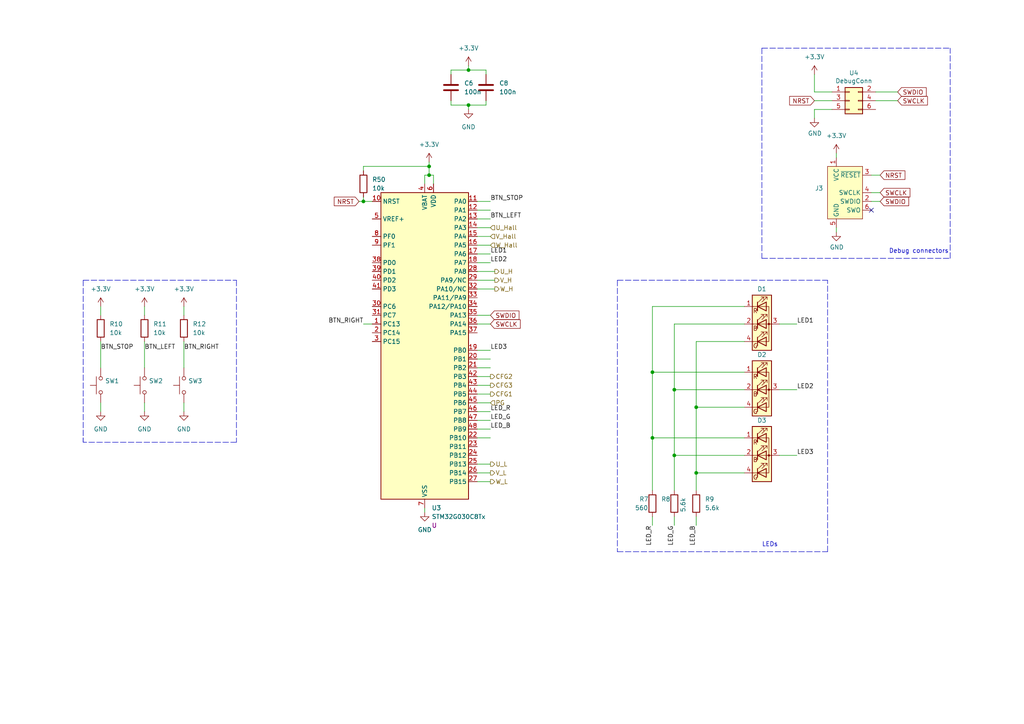
<source format=kicad_sch>
(kicad_sch (version 20211123) (generator eeschema)

  (uuid 80cf4d6c-e5a1-488f-9db3-5caabf1881a4)

  (paper "A4")

  (lib_symbols
    (symbol "Connector:Conn_ARM_SWD_TagConnect_TC2030" (in_bom no) (on_board yes)
      (property "Reference" "J" (id 0) (at 2.54 11.43 0)
        (effects (font (size 1.27 1.27)))
      )
      (property "Value" "Conn_ARM_SWD_TagConnect_TC2030" (id 1) (at 5.08 8.89 0)
        (effects (font (size 1.27 1.27)))
      )
      (property "Footprint" "Connector:Tag-Connect_TC2030-IDC-FP_2x03_P1.27mm_Vertical" (id 2) (at 0 -17.78 0)
        (effects (font (size 1.27 1.27)) hide)
      )
      (property "Datasheet" "https://www.tag-connect.com/wp-content/uploads/bsk-pdf-manager/TC2030-CTX_1.pdf" (id 3) (at 0 -15.24 0)
        (effects (font (size 1.27 1.27)) hide)
      )
      (property "ki_keywords" "Cortex Debug Connector ARM SWD JTAG" (id 4) (at 0 0 0)
        (effects (font (size 1.27 1.27)) hide)
      )
      (property "ki_description" "Tag-Connect ARM Cortex SWD JTAG connector, 6 pin" (id 5) (at 0 0 0)
        (effects (font (size 1.27 1.27)) hide)
      )
      (property "ki_fp_filters" "*TC2030*" (id 6) (at 0 0 0)
        (effects (font (size 1.27 1.27)) hide)
      )
      (symbol "Conn_ARM_SWD_TagConnect_TC2030_0_0"
        (pin power_in line (at -2.54 10.16 270) (length 2.54)
          (name "VCC" (effects (font (size 1.27 1.27))))
          (number "1" (effects (font (size 1.27 1.27))))
        )
        (pin bidirectional line (at 7.62 -2.54 180) (length 2.54)
          (name "SWDIO" (effects (font (size 1.27 1.27))))
          (number "2" (effects (font (size 1.27 1.27))))
          (alternate "TMS" bidirectional line)
        )
        (pin open_collector line (at 7.62 5.08 180) (length 2.54)
          (name "~{RESET}" (effects (font (size 1.27 1.27))))
          (number "3" (effects (font (size 1.27 1.27))))
        )
        (pin output line (at 7.62 0 180) (length 2.54)
          (name "SWCLK" (effects (font (size 1.27 1.27))))
          (number "4" (effects (font (size 1.27 1.27))))
          (alternate "TCK" output line)
        )
        (pin power_in line (at -2.54 -10.16 90) (length 2.54)
          (name "GND" (effects (font (size 1.27 1.27))))
          (number "5" (effects (font (size 1.27 1.27))))
        )
        (pin input line (at 7.62 -5.08 180) (length 2.54)
          (name "SWO" (effects (font (size 1.27 1.27))))
          (number "6" (effects (font (size 1.27 1.27))))
          (alternate "TDO" input line)
        )
      )
      (symbol "Conn_ARM_SWD_TagConnect_TC2030_0_1"
        (rectangle (start -5.08 7.62) (end 5.08 -7.62)
          (stroke (width 0) (type default) (color 0 0 0 0))
          (fill (type background))
        )
      )
    )
    (symbol "Connector_Generic:Conn_02x03_Odd_Even" (pin_names (offset 1.016) hide) (in_bom yes) (on_board yes)
      (property "Reference" "J" (id 0) (at 1.27 5.08 0)
        (effects (font (size 1.27 1.27)))
      )
      (property "Value" "Conn_02x03_Odd_Even" (id 1) (at 1.27 -5.08 0)
        (effects (font (size 1.27 1.27)))
      )
      (property "Footprint" "" (id 2) (at 0 0 0)
        (effects (font (size 1.27 1.27)) hide)
      )
      (property "Datasheet" "~" (id 3) (at 0 0 0)
        (effects (font (size 1.27 1.27)) hide)
      )
      (property "ki_keywords" "connector" (id 4) (at 0 0 0)
        (effects (font (size 1.27 1.27)) hide)
      )
      (property "ki_description" "Generic connector, double row, 02x03, odd/even pin numbering scheme (row 1 odd numbers, row 2 even numbers), script generated (kicad-library-utils/schlib/autogen/connector/)" (id 5) (at 0 0 0)
        (effects (font (size 1.27 1.27)) hide)
      )
      (property "ki_fp_filters" "Connector*:*_2x??_*" (id 6) (at 0 0 0)
        (effects (font (size 1.27 1.27)) hide)
      )
      (symbol "Conn_02x03_Odd_Even_1_1"
        (rectangle (start -1.27 -2.413) (end 0 -2.667)
          (stroke (width 0.1524) (type default) (color 0 0 0 0))
          (fill (type none))
        )
        (rectangle (start -1.27 0.127) (end 0 -0.127)
          (stroke (width 0.1524) (type default) (color 0 0 0 0))
          (fill (type none))
        )
        (rectangle (start -1.27 2.667) (end 0 2.413)
          (stroke (width 0.1524) (type default) (color 0 0 0 0))
          (fill (type none))
        )
        (rectangle (start -1.27 3.81) (end 3.81 -3.81)
          (stroke (width 0.254) (type default) (color 0 0 0 0))
          (fill (type background))
        )
        (rectangle (start 3.81 -2.413) (end 2.54 -2.667)
          (stroke (width 0.1524) (type default) (color 0 0 0 0))
          (fill (type none))
        )
        (rectangle (start 3.81 0.127) (end 2.54 -0.127)
          (stroke (width 0.1524) (type default) (color 0 0 0 0))
          (fill (type none))
        )
        (rectangle (start 3.81 2.667) (end 2.54 2.413)
          (stroke (width 0.1524) (type default) (color 0 0 0 0))
          (fill (type none))
        )
        (pin passive line (at -5.08 2.54 0) (length 3.81)
          (name "Pin_1" (effects (font (size 1.27 1.27))))
          (number "1" (effects (font (size 1.27 1.27))))
        )
        (pin passive line (at 7.62 2.54 180) (length 3.81)
          (name "Pin_2" (effects (font (size 1.27 1.27))))
          (number "2" (effects (font (size 1.27 1.27))))
        )
        (pin passive line (at -5.08 0 0) (length 3.81)
          (name "Pin_3" (effects (font (size 1.27 1.27))))
          (number "3" (effects (font (size 1.27 1.27))))
        )
        (pin passive line (at 7.62 0 180) (length 3.81)
          (name "Pin_4" (effects (font (size 1.27 1.27))))
          (number "4" (effects (font (size 1.27 1.27))))
        )
        (pin passive line (at -5.08 -2.54 0) (length 3.81)
          (name "Pin_5" (effects (font (size 1.27 1.27))))
          (number "5" (effects (font (size 1.27 1.27))))
        )
        (pin passive line (at 7.62 -2.54 180) (length 3.81)
          (name "Pin_6" (effects (font (size 1.27 1.27))))
          (number "6" (effects (font (size 1.27 1.27))))
        )
      )
    )
    (symbol "Device:C" (pin_numbers hide) (pin_names (offset 0.254)) (in_bom yes) (on_board yes)
      (property "Reference" "C" (id 0) (at 0.635 2.54 0)
        (effects (font (size 1.27 1.27)) (justify left))
      )
      (property "Value" "C" (id 1) (at 0.635 -2.54 0)
        (effects (font (size 1.27 1.27)) (justify left))
      )
      (property "Footprint" "" (id 2) (at 0.9652 -3.81 0)
        (effects (font (size 1.27 1.27)) hide)
      )
      (property "Datasheet" "~" (id 3) (at 0 0 0)
        (effects (font (size 1.27 1.27)) hide)
      )
      (property "ki_keywords" "cap capacitor" (id 4) (at 0 0 0)
        (effects (font (size 1.27 1.27)) hide)
      )
      (property "ki_description" "Unpolarized capacitor" (id 5) (at 0 0 0)
        (effects (font (size 1.27 1.27)) hide)
      )
      (property "ki_fp_filters" "C_*" (id 6) (at 0 0 0)
        (effects (font (size 1.27 1.27)) hide)
      )
      (symbol "C_0_1"
        (polyline
          (pts
            (xy -2.032 -0.762)
            (xy 2.032 -0.762)
          )
          (stroke (width 0.508) (type default) (color 0 0 0 0))
          (fill (type none))
        )
        (polyline
          (pts
            (xy -2.032 0.762)
            (xy 2.032 0.762)
          )
          (stroke (width 0.508) (type default) (color 0 0 0 0))
          (fill (type none))
        )
      )
      (symbol "C_1_1"
        (pin passive line (at 0 3.81 270) (length 2.794)
          (name "~" (effects (font (size 1.27 1.27))))
          (number "1" (effects (font (size 1.27 1.27))))
        )
        (pin passive line (at 0 -3.81 90) (length 2.794)
          (name "~" (effects (font (size 1.27 1.27))))
          (number "2" (effects (font (size 1.27 1.27))))
        )
      )
    )
    (symbol "Device:R" (pin_numbers hide) (pin_names (offset 0)) (in_bom yes) (on_board yes)
      (property "Reference" "R" (id 0) (at 2.032 0 90)
        (effects (font (size 1.27 1.27)))
      )
      (property "Value" "R" (id 1) (at 0 0 90)
        (effects (font (size 1.27 1.27)))
      )
      (property "Footprint" "" (id 2) (at -1.778 0 90)
        (effects (font (size 1.27 1.27)) hide)
      )
      (property "Datasheet" "~" (id 3) (at 0 0 0)
        (effects (font (size 1.27 1.27)) hide)
      )
      (property "ki_keywords" "R res resistor" (id 4) (at 0 0 0)
        (effects (font (size 1.27 1.27)) hide)
      )
      (property "ki_description" "Resistor" (id 5) (at 0 0 0)
        (effects (font (size 1.27 1.27)) hide)
      )
      (property "ki_fp_filters" "R_*" (id 6) (at 0 0 0)
        (effects (font (size 1.27 1.27)) hide)
      )
      (symbol "R_0_1"
        (rectangle (start -1.016 -2.54) (end 1.016 2.54)
          (stroke (width 0.254) (type default) (color 0 0 0 0))
          (fill (type none))
        )
      )
      (symbol "R_1_1"
        (pin passive line (at 0 3.81 270) (length 1.27)
          (name "~" (effects (font (size 1.27 1.27))))
          (number "1" (effects (font (size 1.27 1.27))))
        )
        (pin passive line (at 0 -3.81 90) (length 1.27)
          (name "~" (effects (font (size 1.27 1.27))))
          (number "2" (effects (font (size 1.27 1.27))))
        )
      )
    )
    (symbol "LED_RGBA_1" (pin_names (offset 0) hide) (in_bom yes) (on_board yes)
      (property "Reference" "D1" (id 0) (at 0 13.97 0)
        (effects (font (size 1.27 1.27)))
      )
      (property "Value" "LED_RGBA_1" (id 1) (at 0 11.43 0)
        (effects (font (size 1.27 1.27)))
      )
      (property "Footprint" "LED_SMD:LED_ASMB-KTF0-0A306" (id 2) (at -1.27 -10.16 0)
        (effects (font (size 1.27 1.27)) hide)
      )
      (property "Datasheet" "~" (id 3) (at 0 -1.27 0)
        (effects (font (size 1.27 1.27)) hide)
      )
      (property "ki_keywords" "LED RGB diode" (id 4) (at 0 0 0)
        (effects (font (size 1.27 1.27)) hide)
      )
      (property "ki_description" "RGB LED, red/green/blue/anode" (id 5) (at 0 0 0)
        (effects (font (size 1.27 1.27)) hide)
      )
      (property "ki_fp_filters" "LED* LED_SMD:* LED_THT:*" (id 6) (at 0 0 0)
        (effects (font (size 1.27 1.27)) hide)
      )
      (symbol "LED_RGBA_1_0_0"
        (text "B" (at -1.905 -1.27 0)
          (effects (font (size 1.27 1.27)))
        )
        (text "G" (at -1.905 -6.35 0)
          (effects (font (size 1.27 1.27)))
        )
        (text "R" (at -1.905 3.81 0)
          (effects (font (size 1.27 1.27)))
        )
      )
      (symbol "LED_RGBA_1_0_1"
        (polyline
          (pts
            (xy -1.27 -5.08)
            (xy -2.54 -5.08)
          )
          (stroke (width 0) (type default) (color 0 0 0 0))
          (fill (type none))
        )
        (polyline
          (pts
            (xy -1.27 -5.08)
            (xy 1.27 -5.08)
          )
          (stroke (width 0) (type default) (color 0 0 0 0))
          (fill (type none))
        )
        (polyline
          (pts
            (xy -1.27 -3.81)
            (xy -1.27 -6.35)
          )
          (stroke (width 0.254) (type default) (color 0 0 0 0))
          (fill (type none))
        )
        (polyline
          (pts
            (xy -1.27 0)
            (xy -2.54 0)
          )
          (stroke (width 0) (type default) (color 0 0 0 0))
          (fill (type none))
        )
        (polyline
          (pts
            (xy -1.27 1.27)
            (xy -1.27 -1.27)
          )
          (stroke (width 0.254) (type default) (color 0 0 0 0))
          (fill (type none))
        )
        (polyline
          (pts
            (xy -1.27 5.08)
            (xy -2.54 5.08)
          )
          (stroke (width 0) (type default) (color 0 0 0 0))
          (fill (type none))
        )
        (polyline
          (pts
            (xy -1.27 5.08)
            (xy 1.27 5.08)
          )
          (stroke (width 0) (type default) (color 0 0 0 0))
          (fill (type none))
        )
        (polyline
          (pts
            (xy -1.27 6.35)
            (xy -1.27 3.81)
          )
          (stroke (width 0.254) (type default) (color 0 0 0 0))
          (fill (type none))
        )
        (polyline
          (pts
            (xy 1.27 0)
            (xy -1.27 0)
          )
          (stroke (width 0) (type default) (color 0 0 0 0))
          (fill (type none))
        )
        (polyline
          (pts
            (xy 1.27 0)
            (xy 2.54 0)
          )
          (stroke (width 0) (type default) (color 0 0 0 0))
          (fill (type none))
        )
        (polyline
          (pts
            (xy -1.27 1.27)
            (xy -1.27 -1.27)
            (xy -1.27 -1.27)
          )
          (stroke (width 0) (type default) (color 0 0 0 0))
          (fill (type none))
        )
        (polyline
          (pts
            (xy -1.27 6.35)
            (xy -1.27 3.81)
            (xy -1.27 3.81)
          )
          (stroke (width 0) (type default) (color 0 0 0 0))
          (fill (type none))
        )
        (polyline
          (pts
            (xy 1.27 -5.08)
            (xy 2.032 -5.08)
            (xy 2.032 5.08)
            (xy 1.27 5.08)
          )
          (stroke (width 0) (type default) (color 0 0 0 0))
          (fill (type none))
        )
        (polyline
          (pts
            (xy 1.27 -3.81)
            (xy 1.27 -6.35)
            (xy -1.27 -5.08)
            (xy 1.27 -3.81)
          )
          (stroke (width 0.254) (type default) (color 0 0 0 0))
          (fill (type none))
        )
        (polyline
          (pts
            (xy 1.27 1.27)
            (xy 1.27 -1.27)
            (xy -1.27 0)
            (xy 1.27 1.27)
          )
          (stroke (width 0.254) (type default) (color 0 0 0 0))
          (fill (type none))
        )
        (polyline
          (pts
            (xy 1.27 6.35)
            (xy 1.27 3.81)
            (xy -1.27 5.08)
            (xy 1.27 6.35)
          )
          (stroke (width 0.254) (type default) (color 0 0 0 0))
          (fill (type none))
        )
        (polyline
          (pts
            (xy -1.016 -3.81)
            (xy 0.508 -2.286)
            (xy -0.254 -2.286)
            (xy 0.508 -2.286)
            (xy 0.508 -3.048)
          )
          (stroke (width 0) (type default) (color 0 0 0 0))
          (fill (type none))
        )
        (polyline
          (pts
            (xy -1.016 1.27)
            (xy 0.508 2.794)
            (xy -0.254 2.794)
            (xy 0.508 2.794)
            (xy 0.508 2.032)
          )
          (stroke (width 0) (type default) (color 0 0 0 0))
          (fill (type none))
        )
        (polyline
          (pts
            (xy -1.016 6.35)
            (xy 0.508 7.874)
            (xy -0.254 7.874)
            (xy 0.508 7.874)
            (xy 0.508 7.112)
          )
          (stroke (width 0) (type default) (color 0 0 0 0))
          (fill (type none))
        )
        (polyline
          (pts
            (xy 0 -3.81)
            (xy 1.524 -2.286)
            (xy 0.762 -2.286)
            (xy 1.524 -2.286)
            (xy 1.524 -3.048)
          )
          (stroke (width 0) (type default) (color 0 0 0 0))
          (fill (type none))
        )
        (polyline
          (pts
            (xy 0 1.27)
            (xy 1.524 2.794)
            (xy 0.762 2.794)
            (xy 1.524 2.794)
            (xy 1.524 2.032)
          )
          (stroke (width 0) (type default) (color 0 0 0 0))
          (fill (type none))
        )
        (polyline
          (pts
            (xy 0 6.35)
            (xy 1.524 7.874)
            (xy 0.762 7.874)
            (xy 1.524 7.874)
            (xy 1.524 7.112)
          )
          (stroke (width 0) (type default) (color 0 0 0 0))
          (fill (type none))
        )
        (rectangle (start 1.27 -1.27) (end 1.27 1.27)
          (stroke (width 0) (type default) (color 0 0 0 0))
          (fill (type none))
        )
        (rectangle (start 1.27 1.27) (end 1.27 1.27)
          (stroke (width 0) (type default) (color 0 0 0 0))
          (fill (type none))
        )
        (rectangle (start 1.27 3.81) (end 1.27 6.35)
          (stroke (width 0) (type default) (color 0 0 0 0))
          (fill (type none))
        )
        (rectangle (start 1.27 6.35) (end 1.27 6.35)
          (stroke (width 0) (type default) (color 0 0 0 0))
          (fill (type none))
        )
        (circle (center 2.032 0) (radius 0.254)
          (stroke (width 0) (type default) (color 0 0 0 0))
          (fill (type outline))
        )
        (rectangle (start 2.794 8.382) (end -2.794 -7.62)
          (stroke (width 0.254) (type default) (color 0 0 0 0))
          (fill (type background))
        )
      )
      (symbol "LED_RGBA_1_1_1"
        (pin passive line (at -5.08 5.08 0) (length 2.54)
          (name "RK" (effects (font (size 1.27 1.27))))
          (number "1" (effects (font (size 1.27 1.27))))
        )
        (pin passive line (at -5.08 0 0) (length 2.54)
          (name "BL" (effects (font (size 1.27 1.27))))
          (number "2" (effects (font (size 1.27 1.27))))
        )
        (pin passive line (at 5.08 0 180) (length 2.54)
          (name "A" (effects (font (size 1.27 1.27))))
          (number "3" (effects (font (size 1.27 1.27))))
        )
        (pin passive line (at -5.08 -5.08 0) (length 2.54)
          (name "GR" (effects (font (size 1.27 1.27))))
          (number "4" (effects (font (size 1.27 1.27))))
        )
      )
    )
    (symbol "LED_RGBA_2" (pin_names (offset 0) hide) (in_bom yes) (on_board yes)
      (property "Reference" "D1" (id 0) (at 0 13.97 0)
        (effects (font (size 1.27 1.27)))
      )
      (property "Value" "LED_RGBA_2" (id 1) (at 0 11.43 0)
        (effects (font (size 1.27 1.27)))
      )
      (property "Footprint" "LED_SMD:LED_ASMB-KTF0-0A306" (id 2) (at -1.27 -10.16 0)
        (effects (font (size 1.27 1.27)) hide)
      )
      (property "Datasheet" "~" (id 3) (at 0 -1.27 0)
        (effects (font (size 1.27 1.27)) hide)
      )
      (property "ki_keywords" "LED RGB diode" (id 4) (at 0 0 0)
        (effects (font (size 1.27 1.27)) hide)
      )
      (property "ki_description" "RGB LED, red/green/blue/anode" (id 5) (at 0 0 0)
        (effects (font (size 1.27 1.27)) hide)
      )
      (property "ki_fp_filters" "LED* LED_SMD:* LED_THT:*" (id 6) (at 0 0 0)
        (effects (font (size 1.27 1.27)) hide)
      )
      (symbol "LED_RGBA_2_0_0"
        (text "B" (at -1.905 -1.27 0)
          (effects (font (size 1.27 1.27)))
        )
        (text "G" (at -1.905 -6.35 0)
          (effects (font (size 1.27 1.27)))
        )
        (text "R" (at -1.905 3.81 0)
          (effects (font (size 1.27 1.27)))
        )
      )
      (symbol "LED_RGBA_2_0_1"
        (polyline
          (pts
            (xy -1.27 -5.08)
            (xy -2.54 -5.08)
          )
          (stroke (width 0) (type default) (color 0 0 0 0))
          (fill (type none))
        )
        (polyline
          (pts
            (xy -1.27 -5.08)
            (xy 1.27 -5.08)
          )
          (stroke (width 0) (type default) (color 0 0 0 0))
          (fill (type none))
        )
        (polyline
          (pts
            (xy -1.27 -3.81)
            (xy -1.27 -6.35)
          )
          (stroke (width 0.254) (type default) (color 0 0 0 0))
          (fill (type none))
        )
        (polyline
          (pts
            (xy -1.27 0)
            (xy -2.54 0)
          )
          (stroke (width 0) (type default) (color 0 0 0 0))
          (fill (type none))
        )
        (polyline
          (pts
            (xy -1.27 1.27)
            (xy -1.27 -1.27)
          )
          (stroke (width 0.254) (type default) (color 0 0 0 0))
          (fill (type none))
        )
        (polyline
          (pts
            (xy -1.27 5.08)
            (xy -2.54 5.08)
          )
          (stroke (width 0) (type default) (color 0 0 0 0))
          (fill (type none))
        )
        (polyline
          (pts
            (xy -1.27 5.08)
            (xy 1.27 5.08)
          )
          (stroke (width 0) (type default) (color 0 0 0 0))
          (fill (type none))
        )
        (polyline
          (pts
            (xy -1.27 6.35)
            (xy -1.27 3.81)
          )
          (stroke (width 0.254) (type default) (color 0 0 0 0))
          (fill (type none))
        )
        (polyline
          (pts
            (xy 1.27 0)
            (xy -1.27 0)
          )
          (stroke (width 0) (type default) (color 0 0 0 0))
          (fill (type none))
        )
        (polyline
          (pts
            (xy 1.27 0)
            (xy 2.54 0)
          )
          (stroke (width 0) (type default) (color 0 0 0 0))
          (fill (type none))
        )
        (polyline
          (pts
            (xy -1.27 1.27)
            (xy -1.27 -1.27)
            (xy -1.27 -1.27)
          )
          (stroke (width 0) (type default) (color 0 0 0 0))
          (fill (type none))
        )
        (polyline
          (pts
            (xy -1.27 6.35)
            (xy -1.27 3.81)
            (xy -1.27 3.81)
          )
          (stroke (width 0) (type default) (color 0 0 0 0))
          (fill (type none))
        )
        (polyline
          (pts
            (xy 1.27 -5.08)
            (xy 2.032 -5.08)
            (xy 2.032 5.08)
            (xy 1.27 5.08)
          )
          (stroke (width 0) (type default) (color 0 0 0 0))
          (fill (type none))
        )
        (polyline
          (pts
            (xy 1.27 -3.81)
            (xy 1.27 -6.35)
            (xy -1.27 -5.08)
            (xy 1.27 -3.81)
          )
          (stroke (width 0.254) (type default) (color 0 0 0 0))
          (fill (type none))
        )
        (polyline
          (pts
            (xy 1.27 1.27)
            (xy 1.27 -1.27)
            (xy -1.27 0)
            (xy 1.27 1.27)
          )
          (stroke (width 0.254) (type default) (color 0 0 0 0))
          (fill (type none))
        )
        (polyline
          (pts
            (xy 1.27 6.35)
            (xy 1.27 3.81)
            (xy -1.27 5.08)
            (xy 1.27 6.35)
          )
          (stroke (width 0.254) (type default) (color 0 0 0 0))
          (fill (type none))
        )
        (polyline
          (pts
            (xy -1.016 -3.81)
            (xy 0.508 -2.286)
            (xy -0.254 -2.286)
            (xy 0.508 -2.286)
            (xy 0.508 -3.048)
          )
          (stroke (width 0) (type default) (color 0 0 0 0))
          (fill (type none))
        )
        (polyline
          (pts
            (xy -1.016 1.27)
            (xy 0.508 2.794)
            (xy -0.254 2.794)
            (xy 0.508 2.794)
            (xy 0.508 2.032)
          )
          (stroke (width 0) (type default) (color 0 0 0 0))
          (fill (type none))
        )
        (polyline
          (pts
            (xy -1.016 6.35)
            (xy 0.508 7.874)
            (xy -0.254 7.874)
            (xy 0.508 7.874)
            (xy 0.508 7.112)
          )
          (stroke (width 0) (type default) (color 0 0 0 0))
          (fill (type none))
        )
        (polyline
          (pts
            (xy 0 -3.81)
            (xy 1.524 -2.286)
            (xy 0.762 -2.286)
            (xy 1.524 -2.286)
            (xy 1.524 -3.048)
          )
          (stroke (width 0) (type default) (color 0 0 0 0))
          (fill (type none))
        )
        (polyline
          (pts
            (xy 0 1.27)
            (xy 1.524 2.794)
            (xy 0.762 2.794)
            (xy 1.524 2.794)
            (xy 1.524 2.032)
          )
          (stroke (width 0) (type default) (color 0 0 0 0))
          (fill (type none))
        )
        (polyline
          (pts
            (xy 0 6.35)
            (xy 1.524 7.874)
            (xy 0.762 7.874)
            (xy 1.524 7.874)
            (xy 1.524 7.112)
          )
          (stroke (width 0) (type default) (color 0 0 0 0))
          (fill (type none))
        )
        (rectangle (start 1.27 -1.27) (end 1.27 1.27)
          (stroke (width 0) (type default) (color 0 0 0 0))
          (fill (type none))
        )
        (rectangle (start 1.27 1.27) (end 1.27 1.27)
          (stroke (width 0) (type default) (color 0 0 0 0))
          (fill (type none))
        )
        (rectangle (start 1.27 3.81) (end 1.27 6.35)
          (stroke (width 0) (type default) (color 0 0 0 0))
          (fill (type none))
        )
        (rectangle (start 1.27 6.35) (end 1.27 6.35)
          (stroke (width 0) (type default) (color 0 0 0 0))
          (fill (type none))
        )
        (circle (center 2.032 0) (radius 0.254)
          (stroke (width 0) (type default) (color 0 0 0 0))
          (fill (type outline))
        )
        (rectangle (start 2.794 8.382) (end -2.794 -7.62)
          (stroke (width 0.254) (type default) (color 0 0 0 0))
          (fill (type background))
        )
      )
      (symbol "LED_RGBA_2_1_1"
        (pin passive line (at -5.08 5.08 0) (length 2.54)
          (name "RK" (effects (font (size 1.27 1.27))))
          (number "1" (effects (font (size 1.27 1.27))))
        )
        (pin passive line (at -5.08 0 0) (length 2.54)
          (name "BL" (effects (font (size 1.27 1.27))))
          (number "2" (effects (font (size 1.27 1.27))))
        )
        (pin passive line (at 5.08 0 180) (length 2.54)
          (name "A" (effects (font (size 1.27 1.27))))
          (number "3" (effects (font (size 1.27 1.27))))
        )
        (pin passive line (at -5.08 -5.08 0) (length 2.54)
          (name "GR" (effects (font (size 1.27 1.27))))
          (number "4" (effects (font (size 1.27 1.27))))
        )
      )
    )
    (symbol "MCU_ST_STM32G0:STM32G030C8Tx" (in_bom yes) (on_board yes)
      (property "Reference" "" (id 0) (at 0 0 0)
        (effects (font (size 1.27 1.27)))
      )
      (property "Value" "STM32G030C8Tx" (id 1) (at 0 0 0)
        (effects (font (size 1.27 1.27)))
      )
      (property "Footprint" "" (id 2) (at 0 0 0)
        (effects (font (size 1.27 1.27)) hide)
      )
      (property "Datasheet" "" (id 3) (at 0 0 0)
        (effects (font (size 1.27 1.27)) hide)
      )
      (property "Reference_1" "U" (id 4) (at -12.7 46.99 0)
        (effects (font (size 1.27 1.27)) (justify left))
      )
      (property "Value_1" "STM32G030C8Tx" (id 5) (at 5.08 46.99 0)
        (effects (font (size 1.27 1.27)) (justify left))
      )
      (property "Footprint_1" "Package_QFP:LQFP-48_7x7mm_P0.5mm" (id 6) (at -12.7 -43.18 0)
        (effects (font (size 1.27 1.27)) (justify right) hide)
      )
      (property "Datasheet_1" "https://www.st.com/resource/en/datasheet/stm32g030c8.pdf" (id 7) (at 0 0 0)
        (effects (font (size 1.27 1.27)) hide)
      )
      (property "ki_locked" "" (id 8) (at 0 0 0)
        (effects (font (size 1.27 1.27)))
      )
      (property "ki_keywords" "Arm Cortex-M0+ STM32G0 STM32G0x0 Value line" (id 9) (at 0 0 0)
        (effects (font (size 1.27 1.27)) hide)
      )
      (property "ki_description" "STMicroelectronics Arm Cortex-M0+ MCU, 64KB flash, 8KB RAM, 64 MHz, 2.0-3.6V, 43 GPIO, LQFP48" (id 10) (at 0 0 0)
        (effects (font (size 1.27 1.27)) hide)
      )
      (property "ki_fp_filters" "LQFP*7x7mm*P0.5mm*" (id 11) (at 0 0 0)
        (effects (font (size 1.27 1.27)) hide)
      )
      (symbol "STM32G030C8Tx_0_1"
        (rectangle (start -12.7 -43.18) (end 12.7 45.72)
          (stroke (width 0.254) (type default) (color 0 0 0 0))
          (fill (type background))
        )
      )
      (symbol "STM32G030C8Tx_1_1"
        (pin bidirectional line (at -15.24 7.62 0) (length 2.54)
          (name "PC13" (effects (font (size 1.27 1.27))))
          (number "1" (effects (font (size 1.27 1.27))))
          (alternate "RTC_OUT_ALARM" bidirectional line)
          (alternate "RTC_OUT_CALIB" bidirectional line)
          (alternate "RTC_TAMP_IN1" bidirectional line)
          (alternate "RTC_TS" bidirectional line)
          (alternate "SYS_WKUP2" bidirectional line)
          (alternate "TIM1_BK" bidirectional line)
        )
        (pin input line (at -15.24 43.18 0) (length 2.54)
          (name "NRST" (effects (font (size 1.27 1.27))))
          (number "10" (effects (font (size 1.27 1.27))))
        )
        (pin bidirectional line (at 15.24 43.18 180) (length 2.54)
          (name "PA0" (effects (font (size 1.27 1.27))))
          (number "11" (effects (font (size 1.27 1.27))))
          (alternate "ADC1_IN0" bidirectional line)
          (alternate "RTC_TAMP_IN2" bidirectional line)
          (alternate "SPI2_SCK" bidirectional line)
          (alternate "SYS_WKUP1" bidirectional line)
          (alternate "USART2_CTS" bidirectional line)
          (alternate "USART2_NSS" bidirectional line)
        )
        (pin bidirectional line (at 15.24 40.64 180) (length 2.54)
          (name "PA1" (effects (font (size 1.27 1.27))))
          (number "12" (effects (font (size 1.27 1.27))))
          (alternate "ADC1_IN1" bidirectional line)
          (alternate "I2C1_SMBA" bidirectional line)
          (alternate "I2S1_CK" bidirectional line)
          (alternate "SPI1_SCK" bidirectional line)
          (alternate "USART2_CK" bidirectional line)
          (alternate "USART2_DE" bidirectional line)
          (alternate "USART2_RTS" bidirectional line)
        )
        (pin bidirectional line (at 15.24 38.1 180) (length 2.54)
          (name "PA2" (effects (font (size 1.27 1.27))))
          (number "13" (effects (font (size 1.27 1.27))))
          (alternate "ADC1_IN2" bidirectional line)
          (alternate "I2S1_SD" bidirectional line)
          (alternate "RCC_LSCO" bidirectional line)
          (alternate "SPI1_MOSI" bidirectional line)
          (alternate "SYS_WKUP4" bidirectional line)
          (alternate "USART2_TX" bidirectional line)
        )
        (pin bidirectional line (at 15.24 35.56 180) (length 2.54)
          (name "PA3" (effects (font (size 1.27 1.27))))
          (number "14" (effects (font (size 1.27 1.27))))
          (alternate "ADC1_IN3" bidirectional line)
          (alternate "SPI2_MISO" bidirectional line)
          (alternate "USART2_RX" bidirectional line)
        )
        (pin bidirectional line (at 15.24 33.02 180) (length 2.54)
          (name "PA4" (effects (font (size 1.27 1.27))))
          (number "15" (effects (font (size 1.27 1.27))))
          (alternate "ADC1_IN4" bidirectional line)
          (alternate "I2S1_WS" bidirectional line)
          (alternate "RTC_OUT_ALARM" bidirectional line)
          (alternate "RTC_OUT_CALIB" bidirectional line)
          (alternate "SPI1_NSS" bidirectional line)
          (alternate "SPI2_MOSI" bidirectional line)
          (alternate "TIM14_CH1" bidirectional line)
        )
        (pin bidirectional line (at 15.24 30.48 180) (length 2.54)
          (name "PA5" (effects (font (size 1.27 1.27))))
          (number "16" (effects (font (size 1.27 1.27))))
          (alternate "ADC1_IN5" bidirectional line)
          (alternate "I2S1_CK" bidirectional line)
          (alternate "SPI1_SCK" bidirectional line)
        )
        (pin bidirectional line (at 15.24 27.94 180) (length 2.54)
          (name "PA6" (effects (font (size 1.27 1.27))))
          (number "17" (effects (font (size 1.27 1.27))))
          (alternate "ADC1_IN6" bidirectional line)
          (alternate "I2S1_MCK" bidirectional line)
          (alternate "SPI1_MISO" bidirectional line)
          (alternate "TIM16_CH1" bidirectional line)
          (alternate "TIM1_BK" bidirectional line)
          (alternate "TIM3_CH1" bidirectional line)
        )
        (pin bidirectional line (at 15.24 25.4 180) (length 2.54)
          (name "PA7" (effects (font (size 1.27 1.27))))
          (number "18" (effects (font (size 1.27 1.27))))
          (alternate "ADC1_IN7" bidirectional line)
          (alternate "I2S1_SD" bidirectional line)
          (alternate "SPI1_MOSI" bidirectional line)
          (alternate "TIM14_CH1" bidirectional line)
          (alternate "TIM17_CH1" bidirectional line)
          (alternate "TIM1_CH1N" bidirectional line)
          (alternate "TIM3_CH2" bidirectional line)
        )
        (pin bidirectional line (at 15.24 0 180) (length 2.54)
          (name "PB0" (effects (font (size 1.27 1.27))))
          (number "19" (effects (font (size 1.27 1.27))))
          (alternate "ADC1_IN8" bidirectional line)
          (alternate "I2S1_WS" bidirectional line)
          (alternate "SPI1_NSS" bidirectional line)
          (alternate "TIM1_CH2N" bidirectional line)
          (alternate "TIM3_CH3" bidirectional line)
        )
        (pin bidirectional line (at -15.24 5.08 0) (length 2.54)
          (name "PC14" (effects (font (size 1.27 1.27))))
          (number "2" (effects (font (size 1.27 1.27))))
          (alternate "RCC_OSC32_IN" bidirectional line)
          (alternate "TIM1_BK2" bidirectional line)
        )
        (pin bidirectional line (at 15.24 -2.54 180) (length 2.54)
          (name "PB1" (effects (font (size 1.27 1.27))))
          (number "20" (effects (font (size 1.27 1.27))))
          (alternate "ADC1_IN9" bidirectional line)
          (alternate "TIM14_CH1" bidirectional line)
          (alternate "TIM1_CH3N" bidirectional line)
          (alternate "TIM3_CH4" bidirectional line)
        )
        (pin bidirectional line (at 15.24 -5.08 180) (length 2.54)
          (name "PB2" (effects (font (size 1.27 1.27))))
          (number "21" (effects (font (size 1.27 1.27))))
          (alternate "ADC1_IN10" bidirectional line)
          (alternate "SPI2_MISO" bidirectional line)
        )
        (pin bidirectional line (at 15.24 -25.4 180) (length 2.54)
          (name "PB10" (effects (font (size 1.27 1.27))))
          (number "22" (effects (font (size 1.27 1.27))))
          (alternate "ADC1_IN11" bidirectional line)
          (alternate "I2C2_SCL" bidirectional line)
          (alternate "SPI2_SCK" bidirectional line)
        )
        (pin bidirectional line (at 15.24 -27.94 180) (length 2.54)
          (name "PB11" (effects (font (size 1.27 1.27))))
          (number "23" (effects (font (size 1.27 1.27))))
          (alternate "ADC1_EXTI11" bidirectional line)
          (alternate "ADC1_IN15" bidirectional line)
          (alternate "I2C2_SDA" bidirectional line)
          (alternate "SPI2_MOSI" bidirectional line)
        )
        (pin bidirectional line (at 15.24 -30.48 180) (length 2.54)
          (name "PB12" (effects (font (size 1.27 1.27))))
          (number "24" (effects (font (size 1.27 1.27))))
          (alternate "ADC1_IN16" bidirectional line)
          (alternate "SPI2_NSS" bidirectional line)
          (alternate "TIM1_BK" bidirectional line)
        )
        (pin bidirectional line (at 15.24 -33.02 180) (length 2.54)
          (name "PB13" (effects (font (size 1.27 1.27))))
          (number "25" (effects (font (size 1.27 1.27))))
          (alternate "I2C2_SCL" bidirectional line)
          (alternate "SPI2_SCK" bidirectional line)
          (alternate "TIM1_CH1N" bidirectional line)
        )
        (pin bidirectional line (at 15.24 -35.56 180) (length 2.54)
          (name "PB14" (effects (font (size 1.27 1.27))))
          (number "26" (effects (font (size 1.27 1.27))))
          (alternate "I2C2_SDA" bidirectional line)
          (alternate "SPI2_MISO" bidirectional line)
          (alternate "TIM1_CH2N" bidirectional line)
        )
        (pin bidirectional line (at 15.24 -38.1 180) (length 2.54)
          (name "PB15" (effects (font (size 1.27 1.27))))
          (number "27" (effects (font (size 1.27 1.27))))
          (alternate "RTC_REFIN" bidirectional line)
          (alternate "SPI2_MOSI" bidirectional line)
          (alternate "TIM1_CH3N" bidirectional line)
        )
        (pin bidirectional line (at 15.24 22.86 180) (length 2.54)
          (name "PA8" (effects (font (size 1.27 1.27))))
          (number "28" (effects (font (size 1.27 1.27))))
          (alternate "RCC_MCO" bidirectional line)
          (alternate "SPI2_NSS" bidirectional line)
          (alternate "TIM1_CH1" bidirectional line)
        )
        (pin bidirectional line (at 15.24 20.32 180) (length 2.54)
          (name "PA9/NC" (effects (font (size 1.27 1.27))))
          (number "29" (effects (font (size 1.27 1.27))))
          (alternate "I2C1_SCL" bidirectional line)
          (alternate "RCC_MCO" bidirectional line)
          (alternate "SPI2_MISO" bidirectional line)
          (alternate "TIM1_CH2" bidirectional line)
          (alternate "USART1_TX" bidirectional line)
        )
        (pin bidirectional line (at -15.24 2.54 0) (length 2.54)
          (name "PC15" (effects (font (size 1.27 1.27))))
          (number "3" (effects (font (size 1.27 1.27))))
          (alternate "RCC_OSC32_EN" bidirectional line)
          (alternate "RCC_OSC32_OUT" bidirectional line)
          (alternate "RCC_OSC_EN" bidirectional line)
        )
        (pin bidirectional line (at -15.24 12.7 0) (length 2.54)
          (name "PC6" (effects (font (size 1.27 1.27))))
          (number "30" (effects (font (size 1.27 1.27))))
          (alternate "TIM3_CH1" bidirectional line)
        )
        (pin bidirectional line (at -15.24 10.16 0) (length 2.54)
          (name "PC7" (effects (font (size 1.27 1.27))))
          (number "31" (effects (font (size 1.27 1.27))))
          (alternate "TIM3_CH2" bidirectional line)
        )
        (pin bidirectional line (at 15.24 17.78 180) (length 2.54)
          (name "PA10/NC" (effects (font (size 1.27 1.27))))
          (number "32" (effects (font (size 1.27 1.27))))
          (alternate "I2C1_SDA" bidirectional line)
          (alternate "SPI2_MOSI" bidirectional line)
          (alternate "TIM17_BK" bidirectional line)
          (alternate "TIM1_CH3" bidirectional line)
          (alternate "USART1_RX" bidirectional line)
        )
        (pin bidirectional line (at 15.24 15.24 180) (length 2.54)
          (name "PA11/PA9" (effects (font (size 1.27 1.27))))
          (number "33" (effects (font (size 1.27 1.27))))
          (alternate "ADC1_EXTI11" bidirectional line)
          (alternate "I2C2_SCL" bidirectional line)
          (alternate "I2S1_MCK" bidirectional line)
          (alternate "SPI1_MISO" bidirectional line)
          (alternate "TIM1_BK2" bidirectional line)
          (alternate "TIM1_CH4" bidirectional line)
          (alternate "USART1_CTS" bidirectional line)
          (alternate "USART1_NSS" bidirectional line)
        )
        (pin bidirectional line (at 15.24 12.7 180) (length 2.54)
          (name "PA12/PA10" (effects (font (size 1.27 1.27))))
          (number "34" (effects (font (size 1.27 1.27))))
          (alternate "I2C2_SDA" bidirectional line)
          (alternate "I2S1_SD" bidirectional line)
          (alternate "I2S_CKIN" bidirectional line)
          (alternate "SPI1_MOSI" bidirectional line)
          (alternate "TIM1_ETR" bidirectional line)
          (alternate "USART1_CK" bidirectional line)
          (alternate "USART1_DE" bidirectional line)
          (alternate "USART1_RTS" bidirectional line)
        )
        (pin bidirectional line (at 15.24 10.16 180) (length 2.54)
          (name "PA13" (effects (font (size 1.27 1.27))))
          (number "35" (effects (font (size 1.27 1.27))))
          (alternate "ADC1_IN17" bidirectional line)
          (alternate "IR_OUT" bidirectional line)
          (alternate "SYS_SWDIO" bidirectional line)
        )
        (pin bidirectional line (at 15.24 7.62 180) (length 2.54)
          (name "PA14" (effects (font (size 1.27 1.27))))
          (number "36" (effects (font (size 1.27 1.27))))
          (alternate "ADC1_IN18" bidirectional line)
          (alternate "SYS_SWCLK" bidirectional line)
          (alternate "USART2_TX" bidirectional line)
        )
        (pin bidirectional line (at 15.24 5.08 180) (length 2.54)
          (name "PA15" (effects (font (size 1.27 1.27))))
          (number "37" (effects (font (size 1.27 1.27))))
          (alternate "I2S1_WS" bidirectional line)
          (alternate "SPI1_NSS" bidirectional line)
          (alternate "USART2_RX" bidirectional line)
        )
        (pin bidirectional line (at -15.24 25.4 0) (length 2.54)
          (name "PD0" (effects (font (size 1.27 1.27))))
          (number "38" (effects (font (size 1.27 1.27))))
          (alternate "SPI2_NSS" bidirectional line)
          (alternate "TIM16_CH1" bidirectional line)
        )
        (pin bidirectional line (at -15.24 22.86 0) (length 2.54)
          (name "PD1" (effects (font (size 1.27 1.27))))
          (number "39" (effects (font (size 1.27 1.27))))
          (alternate "SPI2_SCK" bidirectional line)
          (alternate "TIM17_CH1" bidirectional line)
        )
        (pin power_in line (at 0 48.26 270) (length 2.54)
          (name "VBAT" (effects (font (size 1.27 1.27))))
          (number "4" (effects (font (size 1.27 1.27))))
        )
        (pin bidirectional line (at -15.24 20.32 0) (length 2.54)
          (name "PD2" (effects (font (size 1.27 1.27))))
          (number "40" (effects (font (size 1.27 1.27))))
          (alternate "TIM1_CH1N" bidirectional line)
          (alternate "TIM3_ETR" bidirectional line)
        )
        (pin bidirectional line (at -15.24 17.78 0) (length 2.54)
          (name "PD3" (effects (font (size 1.27 1.27))))
          (number "41" (effects (font (size 1.27 1.27))))
          (alternate "SPI2_MISO" bidirectional line)
          (alternate "TIM1_CH2N" bidirectional line)
          (alternate "USART2_CTS" bidirectional line)
          (alternate "USART2_NSS" bidirectional line)
        )
        (pin bidirectional line (at 15.24 -7.62 180) (length 2.54)
          (name "PB3" (effects (font (size 1.27 1.27))))
          (number "42" (effects (font (size 1.27 1.27))))
          (alternate "I2S1_CK" bidirectional line)
          (alternate "SPI1_SCK" bidirectional line)
          (alternate "TIM1_CH2" bidirectional line)
          (alternate "USART1_CK" bidirectional line)
          (alternate "USART1_DE" bidirectional line)
          (alternate "USART1_RTS" bidirectional line)
        )
        (pin bidirectional line (at 15.24 -10.16 180) (length 2.54)
          (name "PB4" (effects (font (size 1.27 1.27))))
          (number "43" (effects (font (size 1.27 1.27))))
          (alternate "I2S1_MCK" bidirectional line)
          (alternate "SPI1_MISO" bidirectional line)
          (alternate "TIM17_BK" bidirectional line)
          (alternate "TIM3_CH1" bidirectional line)
          (alternate "USART1_CTS" bidirectional line)
          (alternate "USART1_NSS" bidirectional line)
        )
        (pin bidirectional line (at 15.24 -12.7 180) (length 2.54)
          (name "PB5" (effects (font (size 1.27 1.27))))
          (number "44" (effects (font (size 1.27 1.27))))
          (alternate "I2C1_SMBA" bidirectional line)
          (alternate "I2S1_SD" bidirectional line)
          (alternate "SPI1_MOSI" bidirectional line)
          (alternate "SYS_WKUP6" bidirectional line)
          (alternate "TIM16_BK" bidirectional line)
          (alternate "TIM3_CH2" bidirectional line)
        )
        (pin bidirectional line (at 15.24 -15.24 180) (length 2.54)
          (name "PB6" (effects (font (size 1.27 1.27))))
          (number "45" (effects (font (size 1.27 1.27))))
          (alternate "I2C1_SCL" bidirectional line)
          (alternate "SPI2_MISO" bidirectional line)
          (alternate "TIM16_CH1N" bidirectional line)
          (alternate "TIM1_CH3" bidirectional line)
          (alternate "USART1_TX" bidirectional line)
        )
        (pin bidirectional line (at 15.24 -17.78 180) (length 2.54)
          (name "PB7" (effects (font (size 1.27 1.27))))
          (number "46" (effects (font (size 1.27 1.27))))
          (alternate "I2C1_SDA" bidirectional line)
          (alternate "SPI2_MOSI" bidirectional line)
          (alternate "SYS_PVD_IN" bidirectional line)
          (alternate "TIM17_CH1N" bidirectional line)
          (alternate "USART1_RX" bidirectional line)
        )
        (pin bidirectional line (at 15.24 -20.32 180) (length 2.54)
          (name "PB8" (effects (font (size 1.27 1.27))))
          (number "47" (effects (font (size 1.27 1.27))))
          (alternate "I2C1_SCL" bidirectional line)
          (alternate "SPI2_SCK" bidirectional line)
          (alternate "TIM16_CH1" bidirectional line)
        )
        (pin bidirectional line (at 15.24 -22.86 180) (length 2.54)
          (name "PB9" (effects (font (size 1.27 1.27))))
          (number "48" (effects (font (size 1.27 1.27))))
          (alternate "I2C1_SDA" bidirectional line)
          (alternate "IR_OUT" bidirectional line)
          (alternate "SPI2_NSS" bidirectional line)
          (alternate "TIM17_CH1" bidirectional line)
        )
        (pin input line (at -15.24 38.1 0) (length 2.54)
          (name "VREF+" (effects (font (size 1.27 1.27))))
          (number "5" (effects (font (size 1.27 1.27))))
          (alternate "VREFBUF_OUT" bidirectional line)
        )
        (pin power_in line (at 2.54 48.26 270) (length 2.54)
          (name "VDD" (effects (font (size 1.27 1.27))))
          (number "6" (effects (font (size 1.27 1.27))))
        )
        (pin power_in line (at 0 -45.72 90) (length 2.54)
          (name "VSS" (effects (font (size 1.27 1.27))))
          (number "7" (effects (font (size 1.27 1.27))))
        )
        (pin bidirectional line (at -15.24 33.02 0) (length 2.54)
          (name "PF0" (effects (font (size 1.27 1.27))))
          (number "8" (effects (font (size 1.27 1.27))))
          (alternate "RCC_OSC_IN" bidirectional line)
          (alternate "TIM14_CH1" bidirectional line)
        )
        (pin bidirectional line (at -15.24 30.48 0) (length 2.54)
          (name "PF1" (effects (font (size 1.27 1.27))))
          (number "9" (effects (font (size 1.27 1.27))))
          (alternate "RCC_OSC_EN" bidirectional line)
          (alternate "RCC_OSC_OUT" bidirectional line)
        )
      )
    )
    (symbol "Sciencedays:LED_RGBA" (pin_names (offset 0) hide) (in_bom yes) (on_board yes)
      (property "Reference" "D1" (id 0) (at 0 13.97 0)
        (effects (font (size 1.27 1.27)))
      )
      (property "Value" "LED_RGBA" (id 1) (at 0 11.43 0)
        (effects (font (size 1.27 1.27)))
      )
      (property "Footprint" "LED_SMD:LED_ASMB-KTF0-0A306" (id 2) (at -1.27 -10.16 0)
        (effects (font (size 1.27 1.27)) hide)
      )
      (property "Datasheet" "~" (id 3) (at 0 -1.27 0)
        (effects (font (size 1.27 1.27)) hide)
      )
      (property "ki_keywords" "LED RGB diode" (id 4) (at 0 0 0)
        (effects (font (size 1.27 1.27)) hide)
      )
      (property "ki_description" "RGB LED, red/green/blue/anode" (id 5) (at 0 0 0)
        (effects (font (size 1.27 1.27)) hide)
      )
      (property "ki_fp_filters" "LED* LED_SMD:* LED_THT:*" (id 6) (at 0 0 0)
        (effects (font (size 1.27 1.27)) hide)
      )
      (symbol "LED_RGBA_0_0"
        (text "B" (at -1.905 -1.27 0)
          (effects (font (size 1.27 1.27)))
        )
        (text "G" (at -1.905 -6.35 0)
          (effects (font (size 1.27 1.27)))
        )
        (text "R" (at -1.905 3.81 0)
          (effects (font (size 1.27 1.27)))
        )
      )
      (symbol "LED_RGBA_0_1"
        (polyline
          (pts
            (xy -1.27 -5.08)
            (xy -2.54 -5.08)
          )
          (stroke (width 0) (type default) (color 0 0 0 0))
          (fill (type none))
        )
        (polyline
          (pts
            (xy -1.27 -5.08)
            (xy 1.27 -5.08)
          )
          (stroke (width 0) (type default) (color 0 0 0 0))
          (fill (type none))
        )
        (polyline
          (pts
            (xy -1.27 -3.81)
            (xy -1.27 -6.35)
          )
          (stroke (width 0.254) (type default) (color 0 0 0 0))
          (fill (type none))
        )
        (polyline
          (pts
            (xy -1.27 0)
            (xy -2.54 0)
          )
          (stroke (width 0) (type default) (color 0 0 0 0))
          (fill (type none))
        )
        (polyline
          (pts
            (xy -1.27 1.27)
            (xy -1.27 -1.27)
          )
          (stroke (width 0.254) (type default) (color 0 0 0 0))
          (fill (type none))
        )
        (polyline
          (pts
            (xy -1.27 5.08)
            (xy -2.54 5.08)
          )
          (stroke (width 0) (type default) (color 0 0 0 0))
          (fill (type none))
        )
        (polyline
          (pts
            (xy -1.27 5.08)
            (xy 1.27 5.08)
          )
          (stroke (width 0) (type default) (color 0 0 0 0))
          (fill (type none))
        )
        (polyline
          (pts
            (xy -1.27 6.35)
            (xy -1.27 3.81)
          )
          (stroke (width 0.254) (type default) (color 0 0 0 0))
          (fill (type none))
        )
        (polyline
          (pts
            (xy 1.27 0)
            (xy -1.27 0)
          )
          (stroke (width 0) (type default) (color 0 0 0 0))
          (fill (type none))
        )
        (polyline
          (pts
            (xy 1.27 0)
            (xy 2.54 0)
          )
          (stroke (width 0) (type default) (color 0 0 0 0))
          (fill (type none))
        )
        (polyline
          (pts
            (xy -1.27 1.27)
            (xy -1.27 -1.27)
            (xy -1.27 -1.27)
          )
          (stroke (width 0) (type default) (color 0 0 0 0))
          (fill (type none))
        )
        (polyline
          (pts
            (xy -1.27 6.35)
            (xy -1.27 3.81)
            (xy -1.27 3.81)
          )
          (stroke (width 0) (type default) (color 0 0 0 0))
          (fill (type none))
        )
        (polyline
          (pts
            (xy 1.27 -5.08)
            (xy 2.032 -5.08)
            (xy 2.032 5.08)
            (xy 1.27 5.08)
          )
          (stroke (width 0) (type default) (color 0 0 0 0))
          (fill (type none))
        )
        (polyline
          (pts
            (xy 1.27 -3.81)
            (xy 1.27 -6.35)
            (xy -1.27 -5.08)
            (xy 1.27 -3.81)
          )
          (stroke (width 0.254) (type default) (color 0 0 0 0))
          (fill (type none))
        )
        (polyline
          (pts
            (xy 1.27 1.27)
            (xy 1.27 -1.27)
            (xy -1.27 0)
            (xy 1.27 1.27)
          )
          (stroke (width 0.254) (type default) (color 0 0 0 0))
          (fill (type none))
        )
        (polyline
          (pts
            (xy 1.27 6.35)
            (xy 1.27 3.81)
            (xy -1.27 5.08)
            (xy 1.27 6.35)
          )
          (stroke (width 0.254) (type default) (color 0 0 0 0))
          (fill (type none))
        )
        (polyline
          (pts
            (xy -1.016 -3.81)
            (xy 0.508 -2.286)
            (xy -0.254 -2.286)
            (xy 0.508 -2.286)
            (xy 0.508 -3.048)
          )
          (stroke (width 0) (type default) (color 0 0 0 0))
          (fill (type none))
        )
        (polyline
          (pts
            (xy -1.016 1.27)
            (xy 0.508 2.794)
            (xy -0.254 2.794)
            (xy 0.508 2.794)
            (xy 0.508 2.032)
          )
          (stroke (width 0) (type default) (color 0 0 0 0))
          (fill (type none))
        )
        (polyline
          (pts
            (xy -1.016 6.35)
            (xy 0.508 7.874)
            (xy -0.254 7.874)
            (xy 0.508 7.874)
            (xy 0.508 7.112)
          )
          (stroke (width 0) (type default) (color 0 0 0 0))
          (fill (type none))
        )
        (polyline
          (pts
            (xy 0 -3.81)
            (xy 1.524 -2.286)
            (xy 0.762 -2.286)
            (xy 1.524 -2.286)
            (xy 1.524 -3.048)
          )
          (stroke (width 0) (type default) (color 0 0 0 0))
          (fill (type none))
        )
        (polyline
          (pts
            (xy 0 1.27)
            (xy 1.524 2.794)
            (xy 0.762 2.794)
            (xy 1.524 2.794)
            (xy 1.524 2.032)
          )
          (stroke (width 0) (type default) (color 0 0 0 0))
          (fill (type none))
        )
        (polyline
          (pts
            (xy 0 6.35)
            (xy 1.524 7.874)
            (xy 0.762 7.874)
            (xy 1.524 7.874)
            (xy 1.524 7.112)
          )
          (stroke (width 0) (type default) (color 0 0 0 0))
          (fill (type none))
        )
        (rectangle (start 1.27 -1.27) (end 1.27 1.27)
          (stroke (width 0) (type default) (color 0 0 0 0))
          (fill (type none))
        )
        (rectangle (start 1.27 1.27) (end 1.27 1.27)
          (stroke (width 0) (type default) (color 0 0 0 0))
          (fill (type none))
        )
        (rectangle (start 1.27 3.81) (end 1.27 6.35)
          (stroke (width 0) (type default) (color 0 0 0 0))
          (fill (type none))
        )
        (rectangle (start 1.27 6.35) (end 1.27 6.35)
          (stroke (width 0) (type default) (color 0 0 0 0))
          (fill (type none))
        )
        (circle (center 2.032 0) (radius 0.254)
          (stroke (width 0) (type default) (color 0 0 0 0))
          (fill (type outline))
        )
        (rectangle (start 2.794 8.382) (end -2.794 -7.62)
          (stroke (width 0.254) (type default) (color 0 0 0 0))
          (fill (type background))
        )
      )
      (symbol "LED_RGBA_1_1"
        (pin passive line (at -5.08 5.08 0) (length 2.54)
          (name "RK" (effects (font (size 1.27 1.27))))
          (number "1" (effects (font (size 1.27 1.27))))
        )
        (pin passive line (at -5.08 0 0) (length 2.54)
          (name "BL" (effects (font (size 1.27 1.27))))
          (number "2" (effects (font (size 1.27 1.27))))
        )
        (pin passive line (at 5.08 0 180) (length 2.54)
          (name "A" (effects (font (size 1.27 1.27))))
          (number "3" (effects (font (size 1.27 1.27))))
        )
        (pin passive line (at -5.08 -5.08 0) (length 2.54)
          (name "GR" (effects (font (size 1.27 1.27))))
          (number "4" (effects (font (size 1.27 1.27))))
        )
      )
    )
    (symbol "Switch:SW_Push" (pin_numbers hide) (pin_names (offset 1.016) hide) (in_bom yes) (on_board yes)
      (property "Reference" "SW" (id 0) (at 1.27 2.54 0)
        (effects (font (size 1.27 1.27)) (justify left))
      )
      (property "Value" "SW_Push" (id 1) (at 0 -1.524 0)
        (effects (font (size 1.27 1.27)))
      )
      (property "Footprint" "" (id 2) (at 0 5.08 0)
        (effects (font (size 1.27 1.27)) hide)
      )
      (property "Datasheet" "~" (id 3) (at 0 5.08 0)
        (effects (font (size 1.27 1.27)) hide)
      )
      (property "ki_keywords" "switch normally-open pushbutton push-button" (id 4) (at 0 0 0)
        (effects (font (size 1.27 1.27)) hide)
      )
      (property "ki_description" "Push button switch, generic, two pins" (id 5) (at 0 0 0)
        (effects (font (size 1.27 1.27)) hide)
      )
      (symbol "SW_Push_0_1"
        (circle (center -2.032 0) (radius 0.508)
          (stroke (width 0) (type default) (color 0 0 0 0))
          (fill (type none))
        )
        (polyline
          (pts
            (xy 0 1.27)
            (xy 0 3.048)
          )
          (stroke (width 0) (type default) (color 0 0 0 0))
          (fill (type none))
        )
        (polyline
          (pts
            (xy 2.54 1.27)
            (xy -2.54 1.27)
          )
          (stroke (width 0) (type default) (color 0 0 0 0))
          (fill (type none))
        )
        (circle (center 2.032 0) (radius 0.508)
          (stroke (width 0) (type default) (color 0 0 0 0))
          (fill (type none))
        )
        (pin passive line (at -5.08 0 0) (length 2.54)
          (name "1" (effects (font (size 1.27 1.27))))
          (number "1" (effects (font (size 1.27 1.27))))
        )
        (pin passive line (at 5.08 0 180) (length 2.54)
          (name "2" (effects (font (size 1.27 1.27))))
          (number "2" (effects (font (size 1.27 1.27))))
        )
      )
    )
    (symbol "power:+3.3V" (power) (pin_names (offset 0)) (in_bom yes) (on_board yes)
      (property "Reference" "#PWR" (id 0) (at 0 -3.81 0)
        (effects (font (size 1.27 1.27)) hide)
      )
      (property "Value" "+3.3V" (id 1) (at 0 3.556 0)
        (effects (font (size 1.27 1.27)))
      )
      (property "Footprint" "" (id 2) (at 0 0 0)
        (effects (font (size 1.27 1.27)) hide)
      )
      (property "Datasheet" "" (id 3) (at 0 0 0)
        (effects (font (size 1.27 1.27)) hide)
      )
      (property "ki_keywords" "power-flag" (id 4) (at 0 0 0)
        (effects (font (size 1.27 1.27)) hide)
      )
      (property "ki_description" "Power symbol creates a global label with name \"+3.3V\"" (id 5) (at 0 0 0)
        (effects (font (size 1.27 1.27)) hide)
      )
      (symbol "+3.3V_0_1"
        (polyline
          (pts
            (xy -0.762 1.27)
            (xy 0 2.54)
          )
          (stroke (width 0) (type default) (color 0 0 0 0))
          (fill (type none))
        )
        (polyline
          (pts
            (xy 0 0)
            (xy 0 2.54)
          )
          (stroke (width 0) (type default) (color 0 0 0 0))
          (fill (type none))
        )
        (polyline
          (pts
            (xy 0 2.54)
            (xy 0.762 1.27)
          )
          (stroke (width 0) (type default) (color 0 0 0 0))
          (fill (type none))
        )
      )
      (symbol "+3.3V_1_1"
        (pin power_in line (at 0 0 90) (length 0) hide
          (name "+3.3V" (effects (font (size 1.27 1.27))))
          (number "1" (effects (font (size 1.27 1.27))))
        )
      )
    )
    (symbol "power:GND" (power) (pin_names (offset 0)) (in_bom yes) (on_board yes)
      (property "Reference" "#PWR" (id 0) (at 0 -6.35 0)
        (effects (font (size 1.27 1.27)) hide)
      )
      (property "Value" "GND" (id 1) (at 0 -3.81 0)
        (effects (font (size 1.27 1.27)))
      )
      (property "Footprint" "" (id 2) (at 0 0 0)
        (effects (font (size 1.27 1.27)) hide)
      )
      (property "Datasheet" "" (id 3) (at 0 0 0)
        (effects (font (size 1.27 1.27)) hide)
      )
      (property "ki_keywords" "power-flag" (id 4) (at 0 0 0)
        (effects (font (size 1.27 1.27)) hide)
      )
      (property "ki_description" "Power symbol creates a global label with name \"GND\" , ground" (id 5) (at 0 0 0)
        (effects (font (size 1.27 1.27)) hide)
      )
      (symbol "GND_0_1"
        (polyline
          (pts
            (xy 0 0)
            (xy 0 -1.27)
            (xy 1.27 -1.27)
            (xy 0 -2.54)
            (xy -1.27 -1.27)
            (xy 0 -1.27)
          )
          (stroke (width 0) (type default) (color 0 0 0 0))
          (fill (type none))
        )
      )
      (symbol "GND_1_1"
        (pin power_in line (at 0 0 270) (length 0) hide
          (name "GND" (effects (font (size 1.27 1.27))))
          (number "1" (effects (font (size 1.27 1.27))))
        )
      )
    )
  )

  (junction (at 124.46 50.8) (diameter 0) (color 0 0 0 0)
    (uuid 07e65a4f-4925-4f86-8c1c-6de452eb99c2)
  )
  (junction (at 189.23 107.95) (diameter 0) (color 0 0 0 0)
    (uuid 4426fee5-718a-419e-8169-c178f6386c26)
  )
  (junction (at 135.89 20.32) (diameter 0) (color 0 0 0 0)
    (uuid 520a1045-cc36-446f-9db7-450c98d76901)
  )
  (junction (at 189.23 127) (diameter 0) (color 0 0 0 0)
    (uuid 5d2ff3f2-345c-419d-8d1e-7c013fca07d5)
  )
  (junction (at 124.46 48.26) (diameter 0) (color 0 0 0 0)
    (uuid 6316d71f-0fda-4c46-8118-5a60519bcad8)
  )
  (junction (at 135.89 30.48) (diameter 0) (color 0 0 0 0)
    (uuid 8288f36b-96a3-4e6b-bfa8-a47827c7acae)
  )
  (junction (at 195.58 113.03) (diameter 0) (color 0 0 0 0)
    (uuid 9504cd46-5ab5-42f8-91c1-564b2918430f)
  )
  (junction (at 201.93 137.16) (diameter 0) (color 0 0 0 0)
    (uuid 973fd12f-4fe6-49d7-b2e0-17be242951ca)
  )
  (junction (at 201.93 118.11) (diameter 0) (color 0 0 0 0)
    (uuid bfb08373-a4f4-4afa-87a2-7deee2237239)
  )
  (junction (at 195.58 132.08) (diameter 0) (color 0 0 0 0)
    (uuid c6eee9de-5a2f-4958-a182-7a367292c06e)
  )
  (junction (at 105.41 58.42) (diameter 0) (color 0 0 0 0)
    (uuid e4c44756-d216-4f4e-8ce2-310588c37ec1)
  )

  (no_connect (at 252.73 60.96) (uuid 7d68933b-f0e1-44d7-9ce1-d348a5c66fc6))

  (wire (pts (xy 135.89 30.48) (xy 135.89 31.75))
    (stroke (width 0) (type default) (color 0 0 0 0))
    (uuid 03a92166-ba4f-413b-b09a-c0cfe658af99)
  )
  (wire (pts (xy 201.93 149.86) (xy 201.93 152.4))
    (stroke (width 0) (type default) (color 0 0 0 0))
    (uuid 03e7433b-922b-4cb2-bfb4-bf9726c735c8)
  )
  (wire (pts (xy 195.58 149.86) (xy 195.58 152.4))
    (stroke (width 0) (type default) (color 0 0 0 0))
    (uuid 045debeb-ecae-4e43-b772-87e7192c6f92)
  )
  (wire (pts (xy 123.19 147.32) (xy 123.19 148.59))
    (stroke (width 0) (type default) (color 0 0 0 0))
    (uuid 0470d91f-a629-4ad9-9aed-b3ea5ca8f672)
  )
  (wire (pts (xy 41.91 88.9) (xy 41.91 91.44))
    (stroke (width 0) (type default) (color 0 0 0 0))
    (uuid 07689e72-653a-463b-a3c0-14415e6d7dee)
  )
  (wire (pts (xy 138.43 58.42) (xy 142.24 58.42))
    (stroke (width 0) (type default) (color 0 0 0 0))
    (uuid 0a39085c-b9ae-4cb1-9e64-2ffd637a689c)
  )
  (wire (pts (xy 105.41 48.26) (xy 105.41 49.53))
    (stroke (width 0) (type default) (color 0 0 0 0))
    (uuid 0aae6074-4072-41a0-b977-e6f2839ec202)
  )
  (polyline (pts (xy 220.98 13.97) (xy 275.59 13.97))
    (stroke (width 0) (type default) (color 0 0 0 0))
    (uuid 0b3cfbf7-5849-4694-8817-9140dc1e7f6b)
  )

  (wire (pts (xy 138.43 81.28) (xy 143.51 81.28))
    (stroke (width 0) (type default) (color 0 0 0 0))
    (uuid 0c5a98d7-b028-4e60-a0f9-08ac57be7394)
  )
  (wire (pts (xy 124.46 48.26) (xy 124.46 50.8))
    (stroke (width 0) (type default) (color 0 0 0 0))
    (uuid 0e8fa199-a0a2-40a8-8500-e5c310188054)
  )
  (wire (pts (xy 215.9 88.9) (xy 189.23 88.9))
    (stroke (width 0) (type default) (color 0 0 0 0))
    (uuid 0f79b85f-b30a-4e73-af4c-a755c449a32d)
  )
  (polyline (pts (xy 220.98 13.97) (xy 220.98 74.93))
    (stroke (width 0) (type default) (color 0 0 0 0))
    (uuid 10905f8e-296b-4c7a-8600-917fa44b224f)
  )

  (wire (pts (xy 41.91 99.06) (xy 41.91 106.68))
    (stroke (width 0) (type default) (color 0 0 0 0))
    (uuid 114f79d4-2930-434a-a5f9-1f1f3e14f8c4)
  )
  (wire (pts (xy 215.9 99.06) (xy 201.93 99.06))
    (stroke (width 0) (type default) (color 0 0 0 0))
    (uuid 132f7885-f2e1-4ef3-8394-d4da000ca8dd)
  )
  (wire (pts (xy 125.73 50.8) (xy 125.73 53.34))
    (stroke (width 0) (type default) (color 0 0 0 0))
    (uuid 19516c3a-b5de-4ae0-b8f7-9cdd613caf9c)
  )
  (wire (pts (xy 138.43 60.96) (xy 142.24 60.96))
    (stroke (width 0) (type default) (color 0 0 0 0))
    (uuid 1b213c5a-48a9-4b61-8dfc-eb2174635bc8)
  )
  (wire (pts (xy 142.24 73.66) (xy 138.43 73.66))
    (stroke (width 0) (type default) (color 0 0 0 0))
    (uuid 1bd9f279-e625-47f2-9ba1-553644c75d22)
  )
  (wire (pts (xy 135.89 19.05) (xy 135.89 20.32))
    (stroke (width 0) (type default) (color 0 0 0 0))
    (uuid 2274d866-2085-4320-b108-2f4a716832f8)
  )
  (polyline (pts (xy 179.07 81.28) (xy 240.03 81.28))
    (stroke (width 0) (type default) (color 0 0 0 0))
    (uuid 22f49784-014b-469b-95b4-b9da44c78e52)
  )

  (wire (pts (xy 236.22 26.67) (xy 236.22 21.59))
    (stroke (width 0) (type default) (color 0 0 0 0))
    (uuid 2337cff8-3519-4064-bf8b-fd73bab316e0)
  )
  (wire (pts (xy 189.23 107.95) (xy 189.23 127))
    (stroke (width 0) (type default) (color 0 0 0 0))
    (uuid 25da7a9e-f3f8-40cc-97d4-c19b49009bff)
  )
  (wire (pts (xy 201.93 137.16) (xy 215.9 137.16))
    (stroke (width 0) (type default) (color 0 0 0 0))
    (uuid 26ea7e9d-5934-465e-8bf0-8b1f14e8f880)
  )
  (wire (pts (xy 138.43 83.82) (xy 143.51 83.82))
    (stroke (width 0) (type default) (color 0 0 0 0))
    (uuid 2abf743a-d8f7-4b0b-8ce3-432ff20ace36)
  )
  (wire (pts (xy 138.43 109.22) (xy 142.24 109.22))
    (stroke (width 0) (type default) (color 0 0 0 0))
    (uuid 2e0bf1a2-a0ea-47ab-976e-ecfa2643dd21)
  )
  (polyline (pts (xy 220.98 74.93) (xy 275.59 74.93))
    (stroke (width 0) (type default) (color 0 0 0 0))
    (uuid 2e63a519-7add-4e56-83da-c3b37858c68f)
  )

  (wire (pts (xy 189.23 127) (xy 215.9 127))
    (stroke (width 0) (type default) (color 0 0 0 0))
    (uuid 32fc3090-73e2-4ba3-ad54-1b9b0e1b3f7d)
  )
  (wire (pts (xy 195.58 132.08) (xy 215.9 132.08))
    (stroke (width 0) (type default) (color 0 0 0 0))
    (uuid 334dff2a-5ee1-40bc-9495-bd5a970a2495)
  )
  (wire (pts (xy 226.06 132.08) (xy 231.14 132.08))
    (stroke (width 0) (type default) (color 0 0 0 0))
    (uuid 33eb8d74-1b16-4e08-be14-310fbc1e1a76)
  )
  (wire (pts (xy 29.21 88.9) (xy 29.21 91.44))
    (stroke (width 0) (type default) (color 0 0 0 0))
    (uuid 3548e001-103d-473d-a58c-24df34569946)
  )
  (wire (pts (xy 138.43 68.58) (xy 142.24 68.58))
    (stroke (width 0) (type default) (color 0 0 0 0))
    (uuid 36d547ca-7d19-42bc-a1cb-3c8c957c695f)
  )
  (wire (pts (xy 201.93 118.11) (xy 215.9 118.11))
    (stroke (width 0) (type default) (color 0 0 0 0))
    (uuid 373d60ba-9d65-4717-a864-61e870b48b48)
  )
  (wire (pts (xy 201.93 99.06) (xy 201.93 118.11))
    (stroke (width 0) (type default) (color 0 0 0 0))
    (uuid 3782be4f-8fdf-4d7f-9688-2a512c40f43b)
  )
  (wire (pts (xy 138.43 121.92) (xy 142.24 121.92))
    (stroke (width 0) (type default) (color 0 0 0 0))
    (uuid 386b53b1-ff05-43d4-9d4a-8f3228e62f08)
  )
  (wire (pts (xy 138.43 93.98) (xy 142.24 93.98))
    (stroke (width 0) (type default) (color 0 0 0 0))
    (uuid 3a5dcd84-1756-49c6-9994-171499d02c4a)
  )
  (wire (pts (xy 236.22 31.75) (xy 236.22 34.29))
    (stroke (width 0) (type default) (color 0 0 0 0))
    (uuid 3d12aa1d-3e2c-4546-bb35-3414e6be4b6e)
  )
  (wire (pts (xy 104.14 58.42) (xy 105.41 58.42))
    (stroke (width 0) (type default) (color 0 0 0 0))
    (uuid 3fcd66fb-f58c-4a1a-ab03-295ce0f214c8)
  )
  (wire (pts (xy 41.91 116.84) (xy 41.91 119.38))
    (stroke (width 0) (type default) (color 0 0 0 0))
    (uuid 4bfa11cb-e233-4f36-9a7a-24c033f607fb)
  )
  (wire (pts (xy 195.58 113.03) (xy 215.9 113.03))
    (stroke (width 0) (type default) (color 0 0 0 0))
    (uuid 4cd1baec-1fad-40ff-886c-e71ab4934049)
  )
  (wire (pts (xy 138.43 116.84) (xy 142.24 116.84))
    (stroke (width 0) (type default) (color 0 0 0 0))
    (uuid 5123bed2-72aa-4752-807c-dff8fe8c5e48)
  )
  (wire (pts (xy 142.24 134.62) (xy 138.43 134.62))
    (stroke (width 0) (type default) (color 0 0 0 0))
    (uuid 51324af9-dd9a-4322-a39f-b64ac6fee763)
  )
  (wire (pts (xy 138.43 104.14) (xy 142.24 104.14))
    (stroke (width 0) (type default) (color 0 0 0 0))
    (uuid 52201ea3-3b96-4e9c-be1e-6ba91cfca996)
  )
  (wire (pts (xy 124.46 46.99) (xy 124.46 48.26))
    (stroke (width 0) (type default) (color 0 0 0 0))
    (uuid 57464625-53ea-4025-89bf-1a93c3483f14)
  )
  (polyline (pts (xy 275.59 74.93) (xy 275.59 13.97))
    (stroke (width 0) (type default) (color 0 0 0 0))
    (uuid 5bed0bef-fda3-4ab6-9db2-a3bf59429801)
  )
  (polyline (pts (xy 240.03 160.02) (xy 240.03 81.28))
    (stroke (width 0) (type default) (color 0 0 0 0))
    (uuid 5ed00ed0-53f2-42c5-9586-32ffce9d1196)
  )

  (wire (pts (xy 195.58 132.08) (xy 195.58 142.24))
    (stroke (width 0) (type default) (color 0 0 0 0))
    (uuid 62474d98-c710-498b-b06d-69f4ef80a9ba)
  )
  (wire (pts (xy 105.41 93.98) (xy 107.95 93.98))
    (stroke (width 0) (type default) (color 0 0 0 0))
    (uuid 6368fbc0-35b6-4c9a-94ed-66fbac30592c)
  )
  (wire (pts (xy 195.58 93.98) (xy 195.58 113.03))
    (stroke (width 0) (type default) (color 0 0 0 0))
    (uuid 64363bcc-4390-4171-bea8-f92c90734d58)
  )
  (polyline (pts (xy 24.13 81.28) (xy 24.13 128.27))
    (stroke (width 0) (type default) (color 0 0 0 0))
    (uuid 6497d220-e345-4ee1-bb42-d75fa87098bb)
  )

  (wire (pts (xy 242.57 44.45) (xy 242.57 45.72))
    (stroke (width 0) (type default) (color 0 0 0 0))
    (uuid 668abcca-4bd2-47e6-b2de-0efb14b2f4ed)
  )
  (wire (pts (xy 260.35 29.21) (xy 254 29.21))
    (stroke (width 0) (type default) (color 0 0 0 0))
    (uuid 69a3cf39-5b07-4f2c-9f04-b50b7ef3c885)
  )
  (wire (pts (xy 138.43 66.04) (xy 142.24 66.04))
    (stroke (width 0) (type default) (color 0 0 0 0))
    (uuid 6be52742-b20a-4a0e-b9f6-b163499a10b0)
  )
  (wire (pts (xy 189.23 88.9) (xy 189.23 107.95))
    (stroke (width 0) (type default) (color 0 0 0 0))
    (uuid 6c920597-6527-4cff-b3e2-3ec2206e5aa9)
  )
  (wire (pts (xy 140.97 21.59) (xy 140.97 20.32))
    (stroke (width 0) (type default) (color 0 0 0 0))
    (uuid 6d7a74c7-0ae0-4c5d-a655-c7a5447d93d7)
  )
  (polyline (pts (xy 179.07 160.02) (xy 240.03 160.02))
    (stroke (width 0) (type default) (color 0 0 0 0))
    (uuid 78d96a9d-e654-417e-bf78-2b799cd96373)
  )

  (wire (pts (xy 135.89 30.48) (xy 140.97 30.48))
    (stroke (width 0) (type default) (color 0 0 0 0))
    (uuid 7babe8ea-f0ac-4428-a223-776c48c7b31b)
  )
  (wire (pts (xy 252.73 58.42) (xy 255.27 58.42))
    (stroke (width 0) (type default) (color 0 0 0 0))
    (uuid 7bf702d4-e455-40ad-89f7-60c0cd86b091)
  )
  (wire (pts (xy 226.06 93.98) (xy 231.14 93.98))
    (stroke (width 0) (type default) (color 0 0 0 0))
    (uuid 7ea27c32-469e-4371-914f-7d9fa2f1bcb5)
  )
  (wire (pts (xy 138.43 78.74) (xy 143.51 78.74))
    (stroke (width 0) (type default) (color 0 0 0 0))
    (uuid 85e1536e-75f8-47c5-9e1b-d6145c425daf)
  )
  (wire (pts (xy 189.23 127) (xy 189.23 142.24))
    (stroke (width 0) (type default) (color 0 0 0 0))
    (uuid 87461328-3248-49a8-97b4-8e20af3ef974)
  )
  (wire (pts (xy 130.81 21.59) (xy 130.81 20.32))
    (stroke (width 0) (type default) (color 0 0 0 0))
    (uuid 8752ce31-5d42-49d3-a249-50b071533553)
  )
  (wire (pts (xy 138.43 127) (xy 142.24 127))
    (stroke (width 0) (type default) (color 0 0 0 0))
    (uuid 875e96eb-318e-4bd4-a6df-80db82ab3ff5)
  )
  (wire (pts (xy 138.43 114.3) (xy 142.24 114.3))
    (stroke (width 0) (type default) (color 0 0 0 0))
    (uuid 880f77f0-20fc-409d-a1aa-e3e2b4915cfc)
  )
  (wire (pts (xy 53.34 99.06) (xy 53.34 106.68))
    (stroke (width 0) (type default) (color 0 0 0 0))
    (uuid 8cbfd0b1-788a-47e4-b0cb-4e5000b7aea1)
  )
  (wire (pts (xy 142.24 137.16) (xy 138.43 137.16))
    (stroke (width 0) (type default) (color 0 0 0 0))
    (uuid 8cde30b2-d583-4f7e-8d8c-565e4c2b15b9)
  )
  (wire (pts (xy 138.43 106.68) (xy 142.24 106.68))
    (stroke (width 0) (type default) (color 0 0 0 0))
    (uuid 902a22aa-609f-47d2-914d-14f0c23792e4)
  )
  (wire (pts (xy 226.06 113.03) (xy 231.14 113.03))
    (stroke (width 0) (type default) (color 0 0 0 0))
    (uuid 95cdd3ff-4b13-4501-8bba-4a0d93e0b1c0)
  )
  (polyline (pts (xy 24.13 128.27) (xy 24.13 127))
    (stroke (width 0) (type default) (color 0 0 0 0))
    (uuid 97658c8c-e055-4c3a-8348-83f04163e739)
  )
  (polyline (pts (xy 68.58 81.28) (xy 68.58 128.27))
    (stroke (width 0) (type default) (color 0 0 0 0))
    (uuid 987a4334-825f-40c1-8e41-d8374122e977)
  )

  (wire (pts (xy 123.19 50.8) (xy 124.46 50.8))
    (stroke (width 0) (type default) (color 0 0 0 0))
    (uuid 9ea910f7-cfb7-4e8f-9216-fae261f60d45)
  )
  (wire (pts (xy 201.93 137.16) (xy 201.93 118.11))
    (stroke (width 0) (type default) (color 0 0 0 0))
    (uuid a2e34522-bb8f-463b-babe-5ac2a275478c)
  )
  (wire (pts (xy 29.21 99.06) (xy 29.21 106.68))
    (stroke (width 0) (type default) (color 0 0 0 0))
    (uuid a9810ff6-bf69-4e59-8674-9a3ffe2317a0)
  )
  (wire (pts (xy 124.46 50.8) (xy 125.73 50.8))
    (stroke (width 0) (type default) (color 0 0 0 0))
    (uuid aa6a3f5a-e9cb-4578-982d-a0886e0c6855)
  )
  (wire (pts (xy 138.43 119.38) (xy 142.24 119.38))
    (stroke (width 0) (type default) (color 0 0 0 0))
    (uuid acc6924c-ea3f-4c73-a019-6d7014ff08ee)
  )
  (wire (pts (xy 142.24 101.6) (xy 138.43 101.6))
    (stroke (width 0) (type default) (color 0 0 0 0))
    (uuid ad8c23f0-698f-4324-b01f-cc3a66e2eb2d)
  )
  (wire (pts (xy 138.43 111.76) (xy 142.24 111.76))
    (stroke (width 0) (type default) (color 0 0 0 0))
    (uuid aeca729c-49e0-4d08-958d-3ae840b5a533)
  )
  (wire (pts (xy 138.43 63.5) (xy 142.24 63.5))
    (stroke (width 0) (type default) (color 0 0 0 0))
    (uuid b1fe0ce9-4dd7-477d-a650-3cc68207c578)
  )
  (wire (pts (xy 123.19 50.8) (xy 123.19 53.34))
    (stroke (width 0) (type default) (color 0 0 0 0))
    (uuid b2af64b0-643d-4d6d-b33f-d25a8f36e8a3)
  )
  (wire (pts (xy 252.73 55.88) (xy 255.27 55.88))
    (stroke (width 0) (type default) (color 0 0 0 0))
    (uuid b6569f34-7551-49fb-a8b4-5b067e62153e)
  )
  (wire (pts (xy 189.23 149.86) (xy 189.23 152.4))
    (stroke (width 0) (type default) (color 0 0 0 0))
    (uuid b852614b-eb1d-486c-8687-6de8de46e5e6)
  )
  (wire (pts (xy 241.3 26.67) (xy 236.22 26.67))
    (stroke (width 0) (type default) (color 0 0 0 0))
    (uuid bb7194d6-fdb8-467b-9514-677ffcbbb77a)
  )
  (wire (pts (xy 189.23 107.95) (xy 215.9 107.95))
    (stroke (width 0) (type default) (color 0 0 0 0))
    (uuid bde3d578-48f6-4575-87b2-97966b4b017f)
  )
  (wire (pts (xy 105.41 48.26) (xy 124.46 48.26))
    (stroke (width 0) (type default) (color 0 0 0 0))
    (uuid c11b3767-27d7-4603-ad74-ba60126a55e9)
  )
  (wire (pts (xy 201.93 142.24) (xy 201.93 137.16))
    (stroke (width 0) (type default) (color 0 0 0 0))
    (uuid c3e799fa-7b36-4647-8f2f-00fe7e51f78a)
  )
  (wire (pts (xy 252.73 50.8) (xy 255.27 50.8))
    (stroke (width 0) (type default) (color 0 0 0 0))
    (uuid c46a6ffe-145d-4444-95d2-c2722a3d648c)
  )
  (wire (pts (xy 138.43 91.44) (xy 142.24 91.44))
    (stroke (width 0) (type default) (color 0 0 0 0))
    (uuid c6788301-ad3e-42df-91d6-c5707410fe65)
  )
  (wire (pts (xy 242.57 66.04) (xy 242.57 67.31))
    (stroke (width 0) (type default) (color 0 0 0 0))
    (uuid c6f83a2a-20b4-4d6d-99a7-bae31c10b2c3)
  )
  (wire (pts (xy 130.81 20.32) (xy 135.89 20.32))
    (stroke (width 0) (type default) (color 0 0 0 0))
    (uuid c8c3bc6f-1634-4df8-a3e5-6f9cbe13c9d5)
  )
  (wire (pts (xy 142.24 76.2) (xy 138.43 76.2))
    (stroke (width 0) (type default) (color 0 0 0 0))
    (uuid c8e381e6-d53a-4244-9d5c-d0fca72fc5cb)
  )
  (polyline (pts (xy 24.13 81.28) (xy 68.58 81.28))
    (stroke (width 0) (type default) (color 0 0 0 0))
    (uuid cb47fb7b-3652-4109-8c0d-84f50f450edc)
  )

  (wire (pts (xy 215.9 93.98) (xy 195.58 93.98))
    (stroke (width 0) (type default) (color 0 0 0 0))
    (uuid ce44128d-3e87-4776-8070-bd3a9c96e7ad)
  )
  (wire (pts (xy 260.35 26.67) (xy 254 26.67))
    (stroke (width 0) (type default) (color 0 0 0 0))
    (uuid cfec705f-be72-4948-95fc-0d5c82c780f1)
  )
  (wire (pts (xy 195.58 113.03) (xy 195.58 132.08))
    (stroke (width 0) (type default) (color 0 0 0 0))
    (uuid d0b52f86-d9ab-4cf7-80db-6aca9d6d0660)
  )
  (wire (pts (xy 236.22 31.75) (xy 241.3 31.75))
    (stroke (width 0) (type default) (color 0 0 0 0))
    (uuid d369d7a3-ee43-4642-b8d6-45c155d2e2c2)
  )
  (wire (pts (xy 236.22 29.21) (xy 241.3 29.21))
    (stroke (width 0) (type default) (color 0 0 0 0))
    (uuid dabbbe14-05e8-4f3f-a968-5c501b59de05)
  )
  (wire (pts (xy 53.34 116.84) (xy 53.34 119.38))
    (stroke (width 0) (type default) (color 0 0 0 0))
    (uuid e0d8b5db-8f10-4379-8673-82464d7ae3b4)
  )
  (wire (pts (xy 29.21 116.84) (xy 29.21 119.38))
    (stroke (width 0) (type default) (color 0 0 0 0))
    (uuid e34d9ac6-6cc2-4081-a4c2-4de16c8512af)
  )
  (polyline (pts (xy 68.58 128.27) (xy 24.13 128.27))
    (stroke (width 0) (type default) (color 0 0 0 0))
    (uuid e5f80f6f-684a-45f7-b209-c292af386f89)
  )

  (wire (pts (xy 53.34 88.9) (xy 53.34 91.44))
    (stroke (width 0) (type default) (color 0 0 0 0))
    (uuid e6c54913-7028-4a36-b6e3-f460bc37aee3)
  )
  (wire (pts (xy 138.43 124.46) (xy 142.24 124.46))
    (stroke (width 0) (type default) (color 0 0 0 0))
    (uuid e7a17b3f-d1a8-4867-a305-b973dcd56975)
  )
  (wire (pts (xy 142.24 139.7) (xy 138.43 139.7))
    (stroke (width 0) (type default) (color 0 0 0 0))
    (uuid e9a0bf1c-7c66-4f3c-9492-cf32263f2589)
  )
  (polyline (pts (xy 179.07 81.28) (xy 179.07 160.02))
    (stroke (width 0) (type default) (color 0 0 0 0))
    (uuid e9aa286a-a24f-4897-a773-9e2f48bfe5d6)
  )

  (wire (pts (xy 130.81 30.48) (xy 130.81 29.21))
    (stroke (width 0) (type default) (color 0 0 0 0))
    (uuid e9de4d86-2139-4162-aa0e-7434d6fd99ee)
  )
  (wire (pts (xy 138.43 71.12) (xy 142.24 71.12))
    (stroke (width 0) (type default) (color 0 0 0 0))
    (uuid ed71cede-bc44-468a-836d-cbf7e7d4fb46)
  )
  (wire (pts (xy 105.41 58.42) (xy 107.95 58.42))
    (stroke (width 0) (type default) (color 0 0 0 0))
    (uuid f5c9f1e8-027a-4d0d-ba29-6d2d64299794)
  )
  (wire (pts (xy 105.41 57.15) (xy 105.41 58.42))
    (stroke (width 0) (type default) (color 0 0 0 0))
    (uuid fb4bfd17-4cf1-479c-9ca5-56f9ba48488a)
  )
  (wire (pts (xy 140.97 30.48) (xy 140.97 29.21))
    (stroke (width 0) (type default) (color 0 0 0 0))
    (uuid fb746c6e-1cb6-4be2-bb2b-0f72fcd817cf)
  )
  (wire (pts (xy 130.81 30.48) (xy 135.89 30.48))
    (stroke (width 0) (type default) (color 0 0 0 0))
    (uuid fbb52a0f-6fec-41cc-855e-4a22625fbb5f)
  )
  (wire (pts (xy 135.89 20.32) (xy 140.97 20.32))
    (stroke (width 0) (type default) (color 0 0 0 0))
    (uuid fe6cf902-c115-4d38-9d44-bd42f9439e3d)
  )

  (text "Debug connectors" (at 257.81 73.66 0)
    (effects (font (size 1.27 1.27)) (justify left bottom))
    (uuid 50c16eee-7f31-4d27-9315-e9e663630c43)
  )
  (text "LEDs" (at 220.98 158.75 0)
    (effects (font (size 1.27 1.27)) (justify left bottom))
    (uuid ee83439f-d176-4007-aeee-4f720b2ae572)
  )

  (label "BTN_STOP" (at 29.21 101.6 0)
    (effects (font (size 1.27 1.27)) (justify left bottom))
    (uuid 2e2c82a7-18d6-4f54-bbb8-b2ed1ed1181b)
  )
  (label "LED1" (at 231.14 93.98 0)
    (effects (font (size 1.27 1.27)) (justify left bottom))
    (uuid 2f3beee6-37a8-4d6d-b144-d51553b2fa05)
  )
  (label "BTN_LEFT" (at 41.91 101.6 0)
    (effects (font (size 1.27 1.27)) (justify left bottom))
    (uuid 2f6c4549-2d2f-4ff8-87c1-ffe673b4f7dd)
  )
  (label "BTN_STOP" (at 142.24 58.42 0)
    (effects (font (size 1.27 1.27)) (justify left bottom))
    (uuid 3b938db7-fbf7-4d4a-99d8-3b2aabfbc3e3)
  )
  (label "LED3" (at 231.14 132.08 0)
    (effects (font (size 1.27 1.27)) (justify left bottom))
    (uuid 4558d3ea-ac24-4167-a7a4-85c8a57185d7)
  )
  (label "BTN_RIGHT" (at 53.34 101.6 0)
    (effects (font (size 1.27 1.27)) (justify left bottom))
    (uuid 4629f3a1-6d04-4726-84f1-b8ff02bdac8e)
  )
  (label "LED_R" (at 189.23 152.4 270)
    (effects (font (size 1.27 1.27)) (justify right bottom))
    (uuid 4a5627a2-e4b8-4dab-847a-f9005db90ea5)
  )
  (label "LED_G" (at 195.58 152.4 270)
    (effects (font (size 1.27 1.27)) (justify right bottom))
    (uuid 5fdae19e-d3b5-473f-894a-db5662c229a2)
  )
  (label "BTN_LEFT" (at 142.24 63.5 0)
    (effects (font (size 1.27 1.27)) (justify left bottom))
    (uuid 7996aa99-8769-4abc-8a45-6d5ade85bddd)
  )
  (label "LED_G" (at 142.24 121.92 0)
    (effects (font (size 1.27 1.27)) (justify left bottom))
    (uuid 7acb7df0-8066-4d10-ae32-2f01a013c5f0)
  )
  (label "LED_B" (at 142.24 124.46 0)
    (effects (font (size 1.27 1.27)) (justify left bottom))
    (uuid 87344697-ca49-4483-b4f6-eb90ef54dcd1)
  )
  (label "LED_R" (at 142.24 119.38 0)
    (effects (font (size 1.27 1.27)) (justify left bottom))
    (uuid 87bb86cb-eb36-4f65-a75f-915677669cbc)
  )
  (label "LED1" (at 142.24 73.66 0)
    (effects (font (size 1.27 1.27)) (justify left bottom))
    (uuid 892fde12-a41f-4c9d-9177-055840066aae)
  )
  (label "BTN_RIGHT" (at 105.41 93.98 180)
    (effects (font (size 1.27 1.27)) (justify right bottom))
    (uuid 9a3547a6-b723-43a0-a8ac-b7ff45e634b6)
  )
  (label "LED2" (at 142.24 76.2 0)
    (effects (font (size 1.27 1.27)) (justify left bottom))
    (uuid 9f6a063b-0fed-40f3-a0f2-f45baa9c65b2)
  )
  (label "LED2" (at 231.14 113.03 0)
    (effects (font (size 1.27 1.27)) (justify left bottom))
    (uuid 9fb4ca90-ad7d-4b1d-876b-dc198ae3d555)
  )
  (label "LED_B" (at 201.93 152.4 270)
    (effects (font (size 1.27 1.27)) (justify right bottom))
    (uuid c577c852-f2d0-461b-9665-02c544070d5f)
  )
  (label "LED3" (at 142.24 101.6 0)
    (effects (font (size 1.27 1.27)) (justify left bottom))
    (uuid d12f6f50-8a45-4331-8f70-57363cac8922)
  )

  (global_label "NRST" (shape input) (at 236.22 29.21 180) (fields_autoplaced)
    (effects (font (size 1.27 1.27)) (justify right))
    (uuid 1279ad4c-d774-4cc2-bc28-321e47857a1e)
    (property "Intersheet References" "${INTERSHEET_REFS}" (id 0) (at -118.11 -200.66 0)
      (effects (font (size 1.27 1.27)) hide)
    )
  )
  (global_label "SWCLK" (shape input) (at 255.27 55.88 0) (fields_autoplaced)
    (effects (font (size 1.27 1.27)) (justify left))
    (uuid 20e93e1a-0ca2-4d69-953c-831a4658e989)
    (property "Intersheet References" "${INTERSHEET_REFS}" (id 0) (at -123.19 -173.99 0)
      (effects (font (size 1.27 1.27)) hide)
    )
  )
  (global_label "SWCLK" (shape input) (at 260.35 29.21 0) (fields_autoplaced)
    (effects (font (size 1.27 1.27)) (justify left))
    (uuid 36a667c8-1501-4ec0-8d6c-2af5bd07ca67)
    (property "Intersheet References" "${INTERSHEET_REFS}" (id 0) (at -118.11 -200.66 0)
      (effects (font (size 1.27 1.27)) hide)
    )
  )
  (global_label "NRST" (shape input) (at 104.14 58.42 180) (fields_autoplaced)
    (effects (font (size 1.27 1.27)) (justify right))
    (uuid 3a4d1e7d-46b2-4862-8945-aee08a397ce7)
    (property "Intersheet References" "${INTERSHEET_REFS}" (id 0) (at -250.19 -171.45 0)
      (effects (font (size 1.27 1.27)) hide)
    )
  )
  (global_label "SWDIO" (shape input) (at 255.27 58.42 0) (fields_autoplaced)
    (effects (font (size 1.27 1.27)) (justify left))
    (uuid 7dd79ae3-c17c-4bf1-91c3-5ce447951f43)
    (property "Intersheet References" "${INTERSHEET_REFS}" (id 0) (at -123.19 -168.91 0)
      (effects (font (size 1.27 1.27)) hide)
    )
  )
  (global_label "NRST" (shape input) (at 255.27 50.8 0) (fields_autoplaced)
    (effects (font (size 1.27 1.27)) (justify left))
    (uuid c4f8d31f-a347-4980-a3a4-572d117e3259)
    (property "Intersheet References" "${INTERSHEET_REFS}" (id 0) (at 609.6 280.67 0)
      (effects (font (size 1.27 1.27)) hide)
    )
  )
  (global_label "SWDIO" (shape input) (at 142.24 91.44 0) (fields_autoplaced)
    (effects (font (size 1.27 1.27)) (justify left))
    (uuid ce8d98e0-7512-40ee-aeb5-726c935e3db1)
    (property "Intersheet References" "${INTERSHEET_REFS}" (id 0) (at -236.22 -135.89 0)
      (effects (font (size 1.27 1.27)) hide)
    )
  )
  (global_label "SWDIO" (shape input) (at 260.35 26.67 0) (fields_autoplaced)
    (effects (font (size 1.27 1.27)) (justify left))
    (uuid ef00907a-b859-4d23-b829-25c52447d345)
    (property "Intersheet References" "${INTERSHEET_REFS}" (id 0) (at -118.11 -200.66 0)
      (effects (font (size 1.27 1.27)) hide)
    )
  )
  (global_label "SWCLK" (shape input) (at 142.24 93.98 0) (fields_autoplaced)
    (effects (font (size 1.27 1.27)) (justify left))
    (uuid f8770013-8264-4d38-8b6f-412c0167c6db)
    (property "Intersheet References" "${INTERSHEET_REFS}" (id 0) (at -236.22 -135.89 0)
      (effects (font (size 1.27 1.27)) hide)
    )
  )

  (hierarchical_label "U_H" (shape output) (at 143.51 78.74 0)
    (effects (font (size 1.27 1.27)) (justify left))
    (uuid 0b02ca0d-2a52-495b-af1f-409340cd87c2)
  )
  (hierarchical_label "W_Hall" (shape input) (at 142.24 71.12 0)
    (effects (font (size 1.27 1.27)) (justify left))
    (uuid 24502483-f8af-42eb-aa2c-1e5186693c37)
  )
  (hierarchical_label "CFG2" (shape output) (at 142.24 109.22 0)
    (effects (font (size 1.27 1.27)) (justify left))
    (uuid 2e584be9-3b39-4de8-b6f1-6763e3558fd0)
  )
  (hierarchical_label "PG" (shape input) (at 142.24 116.84 0)
    (effects (font (size 1.27 1.27)) (justify left))
    (uuid 3221e852-b44e-435c-8bc9-9a070fb34db6)
  )
  (hierarchical_label "U_L" (shape output) (at 142.24 134.62 0)
    (effects (font (size 1.27 1.27)) (justify left))
    (uuid 4c3ac42f-a767-4bce-939f-dac092417132)
  )
  (hierarchical_label "W_L" (shape output) (at 142.24 139.7 0)
    (effects (font (size 1.27 1.27)) (justify left))
    (uuid 535e92bb-f908-496e-b432-0a6af799715e)
  )
  (hierarchical_label "U_Hall" (shape input) (at 142.24 66.04 0)
    (effects (font (size 1.27 1.27)) (justify left))
    (uuid 788ee3a4-fa30-4b07-9b2a-009ff38c1aa4)
  )
  (hierarchical_label "V_L" (shape output) (at 142.24 137.16 0)
    (effects (font (size 1.27 1.27)) (justify left))
    (uuid 82d65cb0-749e-422d-beb0-b28ea8a69ffa)
  )
  (hierarchical_label "CFG1" (shape output) (at 142.24 114.3 0)
    (effects (font (size 1.27 1.27)) (justify left))
    (uuid 8e16e56a-12ce-4caf-883a-e0db86b6ac0a)
  )
  (hierarchical_label "W_H" (shape output) (at 143.51 83.82 0)
    (effects (font (size 1.27 1.27)) (justify left))
    (uuid 94c00651-1369-473e-9bb7-c384ef760524)
  )
  (hierarchical_label "V_H" (shape output) (at 143.51 81.28 0)
    (effects (font (size 1.27 1.27)) (justify left))
    (uuid a50bdb4e-0611-4273-9662-0f1819dea69f)
  )
  (hierarchical_label "V_Hall" (shape input) (at 142.24 68.58 0)
    (effects (font (size 1.27 1.27)) (justify left))
    (uuid a6e1b2ba-ac2e-4a13-abe7-5073deebe05f)
  )
  (hierarchical_label "CFG3" (shape output) (at 142.24 111.76 0)
    (effects (font (size 1.27 1.27)) (justify left))
    (uuid c7968708-b58d-4dfc-94ae-d6d4c1625212)
  )

  (symbol (lib_id "power:GND") (at 53.34 119.38 0) (unit 1)
    (in_bom yes) (on_board yes) (fields_autoplaced)
    (uuid 14206bfe-52cc-4582-9d16-b6e600acd7a2)
    (property "Reference" "#PWR0106" (id 0) (at 53.34 125.73 0)
      (effects (font (size 1.27 1.27)) hide)
    )
    (property "Value" "GND" (id 1) (at 53.34 124.46 0))
    (property "Footprint" "" (id 2) (at 53.34 119.38 0)
      (effects (font (size 1.27 1.27)) hide)
    )
    (property "Datasheet" "" (id 3) (at 53.34 119.38 0)
      (effects (font (size 1.27 1.27)) hide)
    )
    (pin "1" (uuid 6546cfc7-e3eb-4fa5-b4c1-266e4a682730))
  )

  (symbol (lib_id "power:GND") (at 236.22 34.29 0) (unit 1)
    (in_bom yes) (on_board yes)
    (uuid 26f90609-3f32-4366-89c6-d66afc2c2f32)
    (property "Reference" "#PWR023" (id 0) (at 236.22 40.64 0)
      (effects (font (size 1.27 1.27)) hide)
    )
    (property "Value" "GND" (id 1) (at 236.347 38.6842 0))
    (property "Footprint" "" (id 2) (at 236.22 34.29 0)
      (effects (font (size 1.27 1.27)) hide)
    )
    (property "Datasheet" "" (id 3) (at 236.22 34.29 0)
      (effects (font (size 1.27 1.27)) hide)
    )
    (pin "1" (uuid 2e697f22-affe-4cf4-b6e6-0ae049361c44))
  )

  (symbol (lib_id "Device:C") (at 130.81 25.4 0) (unit 1)
    (in_bom yes) (on_board yes)
    (uuid 289b1c85-1560-49e2-86df-74dbeb82cef5)
    (property "Reference" "C6" (id 0) (at 134.62 24.1299 0)
      (effects (font (size 1.27 1.27)) (justify left))
    )
    (property "Value" "100n" (id 1) (at 134.62 26.67 0)
      (effects (font (size 1.27 1.27)) (justify left))
    )
    (property "Footprint" "Capacitor_SMD:C_0603_1608Metric_Pad1.08x0.95mm_HandSolder" (id 2) (at 131.7752 29.21 0)
      (effects (font (size 1.27 1.27)) hide)
    )
    (property "Datasheet" "~" (id 3) (at 130.81 25.4 0)
      (effects (font (size 1.27 1.27)) hide)
    )
    (pin "1" (uuid 0e72488c-982c-4bcf-a1f2-41d214be8de4))
    (pin "2" (uuid 75840f68-8d2d-4270-aad0-4b7b9c800538))
  )

  (symbol (lib_id "power:+3.3V") (at 242.57 44.45 0) (unit 1)
    (in_bom yes) (on_board yes) (fields_autoplaced)
    (uuid 2eb7f29e-5593-4cf2-b71a-076738b25340)
    (property "Reference" "#PWR0111" (id 0) (at 242.57 48.26 0)
      (effects (font (size 1.27 1.27)) hide)
    )
    (property "Value" "+3.3V" (id 1) (at 242.57 39.37 0))
    (property "Footprint" "" (id 2) (at 242.57 44.45 0)
      (effects (font (size 1.27 1.27)) hide)
    )
    (property "Datasheet" "" (id 3) (at 242.57 44.45 0)
      (effects (font (size 1.27 1.27)) hide)
    )
    (pin "1" (uuid dc4fa751-944c-4149-8219-0e3b75c69cb5))
  )

  (symbol (lib_id "Switch:SW_Push") (at 29.21 111.76 90) (unit 1)
    (in_bom yes) (on_board yes) (fields_autoplaced)
    (uuid 3d150428-23d0-4f25-ac55-1fa3d303b971)
    (property "Reference" "SW1" (id 0) (at 30.48 110.4899 90)
      (effects (font (size 1.27 1.27)) (justify right))
    )
    (property "Value" "SW_Push" (id 1) (at 30.48 113.0299 90)
      (effects (font (size 1.27 1.27)) (justify right) hide)
    )
    (property "Footprint" "Sciencedays:SW_PUSH_6mm_H7.3mm" (id 2) (at 24.13 111.76 0)
      (effects (font (size 1.27 1.27)) hide)
    )
    (property "Datasheet" "~" (id 3) (at 24.13 111.76 0)
      (effects (font (size 1.27 1.27)) hide)
    )
    (pin "1" (uuid 0137d39e-d811-44f5-8a08-9df8bf3a70c0))
    (pin "2" (uuid 78d57f5c-6fdf-43d5-86be-b417a22bf963))
  )

  (symbol (lib_id "power:GND") (at 41.91 119.38 0) (unit 1)
    (in_bom yes) (on_board yes) (fields_autoplaced)
    (uuid 420c066b-9800-4571-8461-3cf482647f36)
    (property "Reference" "#PWR0107" (id 0) (at 41.91 125.73 0)
      (effects (font (size 1.27 1.27)) hide)
    )
    (property "Value" "GND" (id 1) (at 41.91 124.46 0))
    (property "Footprint" "" (id 2) (at 41.91 119.38 0)
      (effects (font (size 1.27 1.27)) hide)
    )
    (property "Datasheet" "" (id 3) (at 41.91 119.38 0)
      (effects (font (size 1.27 1.27)) hide)
    )
    (pin "1" (uuid 542b39fa-b774-4255-a3cc-4d3edb9721c4))
  )

  (symbol (lib_id "power:+3.3V") (at 236.22 21.59 0) (unit 1)
    (in_bom yes) (on_board yes) (fields_autoplaced)
    (uuid 49c4ff9f-12c0-4d86-9884-e27aec386e1d)
    (property "Reference" "#PWR022" (id 0) (at 236.22 25.4 0)
      (effects (font (size 1.27 1.27)) hide)
    )
    (property "Value" "+3.3V" (id 1) (at 236.22 16.51 0))
    (property "Footprint" "" (id 2) (at 236.22 21.59 0)
      (effects (font (size 1.27 1.27)) hide)
    )
    (property "Datasheet" "" (id 3) (at 236.22 21.59 0)
      (effects (font (size 1.27 1.27)) hide)
    )
    (pin "1" (uuid b073f45b-c462-4a0f-8466-050476f4c107))
  )

  (symbol (lib_id "power:GND") (at 242.57 67.31 0) (unit 1)
    (in_bom yes) (on_board yes)
    (uuid 5a580123-7cd1-4cdd-94d3-f37af763128c)
    (property "Reference" "#PWR0110" (id 0) (at 242.57 73.66 0)
      (effects (font (size 1.27 1.27)) hide)
    )
    (property "Value" "GND" (id 1) (at 242.697 71.7042 0))
    (property "Footprint" "" (id 2) (at 242.57 67.31 0)
      (effects (font (size 1.27 1.27)) hide)
    )
    (property "Datasheet" "" (id 3) (at 242.57 67.31 0)
      (effects (font (size 1.27 1.27)) hide)
    )
    (pin "1" (uuid 67738cb1-279e-41d0-a0ae-e4e8e639c7a5))
  )

  (symbol (lib_name "LED_RGBA_1") (lib_id "Sciencedays:LED_RGBA") (at 220.98 93.98 0) (unit 1)
    (in_bom yes) (on_board yes)
    (uuid 6343b03a-13f5-4e47-ae50-d2795efc533c)
    (property "Reference" "D1" (id 0) (at 220.98 83.82 0))
    (property "Value" "LED_RGBA" (id 1) (at 220.98 82.55 0)
      (effects (font (size 1.27 1.27)) hide)
    )
    (property "Footprint" "LED_SMD:LED_ASMB-KTF0-0A306" (id 2) (at 219.71 104.14 0)
      (effects (font (size 1.27 1.27)) hide)
    )
    (property "Datasheet" "~" (id 3) (at 220.98 95.25 0)
      (effects (font (size 1.27 1.27)) hide)
    )
    (pin "1" (uuid 2ac4d77b-95bd-44e7-bc5d-86ee44d390a7))
    (pin "2" (uuid b8afb30f-23f0-480c-85fe-99f966242327))
    (pin "3" (uuid a7ebd5e5-2439-4760-89ab-86023a744855))
    (pin "4" (uuid 9be7de3e-292b-465e-8b93-352dd7705300))
  )

  (symbol (lib_id "Device:R") (at 105.41 53.34 0) (unit 1)
    (in_bom yes) (on_board yes) (fields_autoplaced)
    (uuid 64bf5656-0432-42c6-9599-5c22c9b8c45c)
    (property "Reference" "R50" (id 0) (at 107.95 52.0699 0)
      (effects (font (size 1.27 1.27)) (justify left))
    )
    (property "Value" "10k" (id 1) (at 107.95 54.6099 0)
      (effects (font (size 1.27 1.27)) (justify left))
    )
    (property "Footprint" "Resistor_SMD:R_0603_1608Metric_Pad0.98x0.95mm_HandSolder" (id 2) (at 103.632 53.34 90)
      (effects (font (size 1.27 1.27)) hide)
    )
    (property "Datasheet" "~" (id 3) (at 105.41 53.34 0)
      (effects (font (size 1.27 1.27)) hide)
    )
    (pin "1" (uuid 5649c2a6-6273-4f86-aeea-cd7d2359bb19))
    (pin "2" (uuid a95be038-cd59-4017-8b25-d888f83fee94))
  )

  (symbol (lib_id "Device:R") (at 29.21 95.25 0) (unit 1)
    (in_bom yes) (on_board yes) (fields_autoplaced)
    (uuid 6e633d08-d3c0-4a33-9b15-95f1042e3755)
    (property "Reference" "R10" (id 0) (at 31.75 93.9799 0)
      (effects (font (size 1.27 1.27)) (justify left))
    )
    (property "Value" "10k" (id 1) (at 31.75 96.5199 0)
      (effects (font (size 1.27 1.27)) (justify left))
    )
    (property "Footprint" "Resistor_SMD:R_0603_1608Metric_Pad0.98x0.95mm_HandSolder" (id 2) (at 27.432 95.25 90)
      (effects (font (size 1.27 1.27)) hide)
    )
    (property "Datasheet" "~" (id 3) (at 29.21 95.25 0)
      (effects (font (size 1.27 1.27)) hide)
    )
    (pin "1" (uuid dcced65d-663f-4e9c-a08e-cb9cbcb69705))
    (pin "2" (uuid 9bc4084e-519f-4050-98b1-380101066340))
  )

  (symbol (lib_id "power:GND") (at 29.21 119.38 0) (unit 1)
    (in_bom yes) (on_board yes) (fields_autoplaced)
    (uuid 70b5c975-d80c-477a-b9ba-82935ac36034)
    (property "Reference" "#PWR0105" (id 0) (at 29.21 125.73 0)
      (effects (font (size 1.27 1.27)) hide)
    )
    (property "Value" "GND" (id 1) (at 29.21 124.46 0))
    (property "Footprint" "" (id 2) (at 29.21 119.38 0)
      (effects (font (size 1.27 1.27)) hide)
    )
    (property "Datasheet" "" (id 3) (at 29.21 119.38 0)
      (effects (font (size 1.27 1.27)) hide)
    )
    (pin "1" (uuid 8ee776a1-9f06-48e6-9af7-f56230da4419))
  )

  (symbol (lib_id "Device:R") (at 41.91 95.25 0) (unit 1)
    (in_bom yes) (on_board yes) (fields_autoplaced)
    (uuid 722dfeef-c903-402e-b3ce-fac1db01f96b)
    (property "Reference" "R11" (id 0) (at 44.45 93.9799 0)
      (effects (font (size 1.27 1.27)) (justify left))
    )
    (property "Value" "10k" (id 1) (at 44.45 96.5199 0)
      (effects (font (size 1.27 1.27)) (justify left))
    )
    (property "Footprint" "Resistor_SMD:R_0603_1608Metric_Pad0.98x0.95mm_HandSolder" (id 2) (at 40.132 95.25 90)
      (effects (font (size 1.27 1.27)) hide)
    )
    (property "Datasheet" "~" (id 3) (at 41.91 95.25 0)
      (effects (font (size 1.27 1.27)) hide)
    )
    (pin "1" (uuid eb5f5634-d9d7-45b2-9200-65a9c19aa3b5))
    (pin "2" (uuid b827e7d8-2bd0-4bab-b0a7-db54758b9a21))
  )

  (symbol (lib_id "Device:R") (at 189.23 146.05 0) (unit 1)
    (in_bom yes) (on_board yes)
    (uuid 7276373a-c56e-41aa-8dff-b1d36ae5025c)
    (property "Reference" "R7" (id 0) (at 185.42 144.78 0)
      (effects (font (size 1.27 1.27)) (justify left))
    )
    (property "Value" "560" (id 1) (at 184.15 147.32 0)
      (effects (font (size 1.27 1.27)) (justify left))
    )
    (property "Footprint" "Sciencedays:R_Axial_DIN0207_L6.3mm_D2.5mm_P12.5mm_Horizontal" (id 2) (at 187.452 146.05 90)
      (effects (font (size 1.27 1.27)) hide)
    )
    (property "Datasheet" "~" (id 3) (at 189.23 146.05 0)
      (effects (font (size 1.27 1.27)) hide)
    )
    (pin "1" (uuid f3c1c4ca-13e7-4128-9f3c-1eb9f4994f2f))
    (pin "2" (uuid 8a80843e-3783-4901-a3fc-b35d11c8613d))
  )

  (symbol (lib_id "MCU_ST_STM32G0:STM32G030C8Tx") (at 123.19 101.6 0) (unit 1)
    (in_bom yes) (on_board yes) (fields_autoplaced)
    (uuid 7a3ebc1c-8ff1-4653-a1c6-aced28618f82)
    (property "Reference" "U3" (id 0) (at 125.2094 147.32 0)
      (effects (font (size 1.27 1.27)) (justify left))
    )
    (property "Value" "STM32G030C8Tx" (id 1) (at 125.2094 149.86 0)
      (effects (font (size 1.27 1.27)) (justify left))
    )
    (property "Footprint" "Package_QFP:LQFP-48_7x7mm_P0.5mm" (id 2) (at 123.19 101.6 0)
      (effects (font (size 1.27 1.27)) hide)
    )
    (property "Datasheet" "" (id 3) (at 123.19 101.6 0)
      (effects (font (size 1.27 1.27)) hide)
    )
    (property "Reference_1" "U" (id 4) (at 125.2094 152.4 0)
      (effects (font (size 1.27 1.27)) (justify left))
    )
    (property "Value_1" "STM32G030C8Tx" (id 5) (at 125.2094 154.94 0)
      (effects (font (size 1.27 1.27)) (justify left) hide)
    )
    (property "Footprint_1" "Package_QFP:LQFP-48_7x7mm_P0.5mm" (id 6) (at 110.49 144.78 0)
      (effects (font (size 1.27 1.27)) (justify right) hide)
    )
    (property "Datasheet_1" "https://www.st.com/resource/en/datasheet/stm32g030c8.pdf" (id 7) (at 123.19 101.6 0)
      (effects (font (size 1.27 1.27)) hide)
    )
    (pin "1" (uuid 5a3cee90-6ceb-4951-8546-9d1b12bb58a3))
    (pin "10" (uuid 8f5948c0-2c6a-4c5b-b1a6-9ab168e74133))
    (pin "11" (uuid c62044cb-90a1-46ee-a768-1db224c247af))
    (pin "12" (uuid bd76ac17-e936-4083-9582-e4a36cb3daa5))
    (pin "13" (uuid a062e3bf-9893-4ea0-a065-9be5d9ba82b5))
    (pin "14" (uuid 39553e6c-fbc0-4583-b8bf-44650b6b7981))
    (pin "15" (uuid 0ef6e847-9fb0-4063-82bc-157980d4a308))
    (pin "16" (uuid 9fed11cb-8cdf-447c-a574-dfc08bc2b567))
    (pin "17" (uuid 027dd014-16ec-4622-b691-838c9a32f8da))
    (pin "18" (uuid 9648710d-22f1-4f33-a1d8-56542addbe58))
    (pin "19" (uuid ce72fe2b-852e-4be5-a20e-39fe22da9065))
    (pin "2" (uuid 81817e2e-9a51-4522-8255-d97f23d87abd))
    (pin "20" (uuid 2767c8b6-8f8b-4dad-a7ed-34f42d893aaa))
    (pin "21" (uuid b8003812-7a53-4a95-8f51-8a34e0a26ac1))
    (pin "22" (uuid 41211f3a-e909-42cd-8b83-f141b56bd174))
    (pin "23" (uuid 10fce833-ccd8-4b09-9567-dd71474ff179))
    (pin "24" (uuid fce8608f-45ac-46d4-95fe-37448a773ea8))
    (pin "25" (uuid c86299e5-ac32-46d1-97c4-a17c365e0a2b))
    (pin "26" (uuid 3338d88c-e89c-44cf-988e-af332e781c23))
    (pin "27" (uuid 6960b8d4-69d3-4a5e-bbf2-a9b89b8c94d1))
    (pin "28" (uuid fc752309-a431-45f8-8517-990b1ba836fd))
    (pin "29" (uuid b58dc3cf-55c0-4064-83ce-abe7ed186c09))
    (pin "3" (uuid 928160b3-367b-4ee7-9f3c-29ddd1d5d40e))
    (pin "30" (uuid 494e9e3c-7af8-40eb-88d2-c0b5606a6fbd))
    (pin "31" (uuid 18c4ed56-19b3-47f1-ba9c-74528ea7ae1a))
    (pin "32" (uuid 1e5fd67c-f0de-4045-82b9-e6b9cb795600))
    (pin "33" (uuid 0e7fdc9d-4152-4917-af91-c6420bbc289d))
    (pin "34" (uuid 8ebb5a93-9ef6-4887-93d7-216ffbd0dd43))
    (pin "35" (uuid b2c83a31-a1fe-45c8-89c8-dbcfe4ef7752))
    (pin "36" (uuid 58be6f71-4490-4d37-8151-b988475e2c6f))
    (pin "37" (uuid 19ecb547-69ad-4e3d-98a7-ec265636496f))
    (pin "38" (uuid 2eba9df9-e467-493d-b356-dd12ed34f818))
    (pin "39" (uuid a330eb24-bc1d-496a-9c57-7629080a0b9a))
    (pin "4" (uuid 36ed884b-621e-4e5c-b379-25ea4f0016fb))
    (pin "40" (uuid 530b7ce5-0711-4285-bbb8-f5069a129979))
    (pin "41" (uuid ee9b46b5-0260-4b10-8226-ef4450872a18))
    (pin "42" (uuid f4978f4e-8611-4458-9b71-90763d213a5f))
    (pin "43" (uuid 60f1bf93-e781-4b14-ba00-9edd066f7ac2))
    (pin "44" (uuid f83e9a67-ca9c-42e0-8e30-9a3fa1630f63))
    (pin "45" (uuid 8d389a27-d5bd-4b79-ab1a-46fa445bfe62))
    (pin "46" (uuid 2bf6213a-00d6-4010-8db3-6876fb42a8ec))
    (pin "47" (uuid 2ded6492-df97-4247-8473-3793d531fe19))
    (pin "48" (uuid d546233d-3a85-443f-a65c-6f68fc1d056f))
    (pin "5" (uuid 34368a3c-d5d9-463f-8b9f-c67d2f573b83))
    (pin "6" (uuid 781f281f-7400-4817-9df9-96a0c8cd154a))
    (pin "7" (uuid 0055d8c4-efb2-4984-9230-973d4ddee8c4))
    (pin "8" (uuid 34f44492-3bff-4601-88f5-d30e78f37937))
    (pin "9" (uuid 617ea4fd-8fb5-4216-9aa0-13b1b804a6eb))
  )

  (symbol (lib_id "Connector_Generic:Conn_02x03_Odd_Even") (at 246.38 29.21 0) (unit 1)
    (in_bom yes) (on_board yes)
    (uuid 88dbee6d-7be2-4fd1-8bdc-8f263ec51ded)
    (property "Reference" "U4" (id 0) (at 247.65 21.1582 0))
    (property "Value" "DebugConn" (id 1) (at 247.65 23.4696 0))
    (property "Footprint" "Connector_PinHeader_2.54mm:PinHeader_2x03_P2.54mm_Vertical" (id 2) (at 246.38 29.21 0)
      (effects (font (size 1.27 1.27)) hide)
    )
    (property "Datasheet" "~" (id 3) (at 246.38 29.21 0)
      (effects (font (size 1.27 1.27)) hide)
    )
    (pin "1" (uuid 99d18981-14e1-49f7-a113-db2a62fb8af9))
    (pin "2" (uuid 2749e8a5-f593-4f94-88ef-8c9f9ac218ce))
    (pin "3" (uuid 775098fc-0f09-4e62-8c5f-babbdebe366b))
    (pin "4" (uuid 59a07ebd-df2f-49c4-ad9b-a05f69e781bf))
    (pin "5" (uuid 84a32f55-146d-4132-a2ab-b278472d121e))
    (pin "6" (uuid b2076a46-558a-4fc7-b3ce-d639421bc6ae))
  )

  (symbol (lib_id "Switch:SW_Push") (at 41.91 111.76 90) (unit 1)
    (in_bom yes) (on_board yes) (fields_autoplaced)
    (uuid 897e272f-b9c2-48f5-8b8d-1e29eda3717e)
    (property "Reference" "SW2" (id 0) (at 43.18 110.4899 90)
      (effects (font (size 1.27 1.27)) (justify right))
    )
    (property "Value" "SW_Push" (id 1) (at 43.18 113.0299 90)
      (effects (font (size 1.27 1.27)) (justify right) hide)
    )
    (property "Footprint" "Sciencedays:SW_PUSH_6mm_H7.3mm" (id 2) (at 36.83 111.76 0)
      (effects (font (size 1.27 1.27)) hide)
    )
    (property "Datasheet" "~" (id 3) (at 36.83 111.76 0)
      (effects (font (size 1.27 1.27)) hide)
    )
    (pin "1" (uuid 3c3f4edf-32c0-4b5e-9ad0-67463af15b38))
    (pin "2" (uuid c3e7b678-af55-407f-93df-6de723109439))
  )

  (symbol (lib_id "power:+3.3V") (at 53.34 88.9 0) (unit 1)
    (in_bom yes) (on_board yes) (fields_autoplaced)
    (uuid 8fe949a5-109d-4703-b6a1-78216408f7f0)
    (property "Reference" "#PWR0104" (id 0) (at 53.34 92.71 0)
      (effects (font (size 1.27 1.27)) hide)
    )
    (property "Value" "+3.3V" (id 1) (at 53.34 83.82 0))
    (property "Footprint" "" (id 2) (at 53.34 88.9 0)
      (effects (font (size 1.27 1.27)) hide)
    )
    (property "Datasheet" "" (id 3) (at 53.34 88.9 0)
      (effects (font (size 1.27 1.27)) hide)
    )
    (pin "1" (uuid 2f275e95-e572-40e5-b72d-06a97c48f4ad))
  )

  (symbol (lib_id "Device:C") (at 140.97 25.4 0) (unit 1)
    (in_bom yes) (on_board yes) (fields_autoplaced)
    (uuid 96d6082c-428c-49b8-9aab-cd1d792f2487)
    (property "Reference" "C8" (id 0) (at 144.78 24.1299 0)
      (effects (font (size 1.27 1.27)) (justify left))
    )
    (property "Value" "100n" (id 1) (at 144.78 26.6699 0)
      (effects (font (size 1.27 1.27)) (justify left))
    )
    (property "Footprint" "Capacitor_SMD:C_0603_1608Metric_Pad1.08x0.95mm_HandSolder" (id 2) (at 141.9352 29.21 0)
      (effects (font (size 1.27 1.27)) hide)
    )
    (property "Datasheet" "~" (id 3) (at 140.97 25.4 0)
      (effects (font (size 1.27 1.27)) hide)
    )
    (pin "1" (uuid cbabf382-ae72-41d4-ae27-83b0b0ff9a75))
    (pin "2" (uuid cb091ba3-fd6e-4bad-9b69-861009147302))
  )

  (symbol (lib_id "power:+3.3V") (at 29.21 88.9 0) (unit 1)
    (in_bom yes) (on_board yes) (fields_autoplaced)
    (uuid 9a17c0cd-d138-49be-91a6-2201469516f6)
    (property "Reference" "#PWR0108" (id 0) (at 29.21 92.71 0)
      (effects (font (size 1.27 1.27)) hide)
    )
    (property "Value" "+3.3V" (id 1) (at 29.21 83.82 0))
    (property "Footprint" "" (id 2) (at 29.21 88.9 0)
      (effects (font (size 1.27 1.27)) hide)
    )
    (property "Datasheet" "" (id 3) (at 29.21 88.9 0)
      (effects (font (size 1.27 1.27)) hide)
    )
    (pin "1" (uuid d30fcaaf-fd5b-4f41-850b-4b3153c2aa2d))
  )

  (symbol (lib_id "power:+3.3V") (at 41.91 88.9 0) (unit 1)
    (in_bom yes) (on_board yes) (fields_autoplaced)
    (uuid 9d890073-91cd-45c0-a20b-54ca87b78ad8)
    (property "Reference" "#PWR0109" (id 0) (at 41.91 92.71 0)
      (effects (font (size 1.27 1.27)) hide)
    )
    (property "Value" "+3.3V" (id 1) (at 41.91 83.82 0))
    (property "Footprint" "" (id 2) (at 41.91 88.9 0)
      (effects (font (size 1.27 1.27)) hide)
    )
    (property "Datasheet" "" (id 3) (at 41.91 88.9 0)
      (effects (font (size 1.27 1.27)) hide)
    )
    (pin "1" (uuid 7a47cbad-1781-45e8-a2f2-b10e635c18f0))
  )

  (symbol (lib_id "Sciencedays:LED_RGBA") (at 220.98 132.08 0) (unit 1)
    (in_bom yes) (on_board yes)
    (uuid 9fc21806-25e1-44f0-8ff3-47fc96437afc)
    (property "Reference" "D3" (id 0) (at 220.98 121.92 0))
    (property "Value" "LED_RGBA" (id 1) (at 220.98 120.65 0)
      (effects (font (size 1.27 1.27)) hide)
    )
    (property "Footprint" "LED_SMD:LED_ASMB-KTF0-0A306" (id 2) (at 219.71 142.24 0)
      (effects (font (size 1.27 1.27)) hide)
    )
    (property "Datasheet" "~" (id 3) (at 220.98 133.35 0)
      (effects (font (size 1.27 1.27)) hide)
    )
    (pin "1" (uuid 8c957a6f-6cfb-43ac-83db-63cf682dfaeb))
    (pin "2" (uuid b501dca9-e4cb-4502-92a3-662dd3c6c74b))
    (pin "3" (uuid 11efabb8-e94f-4eb7-80d8-1d78b78be5dd))
    (pin "4" (uuid 36be7c37-a7e7-43ff-b1f0-379796216a37))
  )

  (symbol (lib_id "Device:R") (at 201.93 146.05 0) (unit 1)
    (in_bom yes) (on_board yes) (fields_autoplaced)
    (uuid a0d60a0a-2e26-4b6d-9e9c-6c6eb4ef1efc)
    (property "Reference" "R9" (id 0) (at 204.47 144.7799 0)
      (effects (font (size 1.27 1.27)) (justify left))
    )
    (property "Value" "5.6k" (id 1) (at 204.47 147.3199 0)
      (effects (font (size 1.27 1.27)) (justify left))
    )
    (property "Footprint" "Sciencedays:R_Axial_DIN0207_L6.3mm_D2.5mm_P12.5mm_Horizontal" (id 2) (at 200.152 146.05 90)
      (effects (font (size 1.27 1.27)) hide)
    )
    (property "Datasheet" "~" (id 3) (at 201.93 146.05 0)
      (effects (font (size 1.27 1.27)) hide)
    )
    (pin "1" (uuid 43bc396b-2199-4920-882c-d9929cf5a84e))
    (pin "2" (uuid 0a13aaa4-732b-4f27-b1f8-80fe84a2ea45))
  )

  (symbol (lib_id "power:+3.3V") (at 124.46 46.99 0) (unit 1)
    (in_bom yes) (on_board yes) (fields_autoplaced)
    (uuid a3be0b7d-4245-4236-bf50-2f593e26b66f)
    (property "Reference" "#PWR0103" (id 0) (at 124.46 50.8 0)
      (effects (font (size 1.27 1.27)) hide)
    )
    (property "Value" "+3.3V" (id 1) (at 124.46 41.91 0))
    (property "Footprint" "" (id 2) (at 124.46 46.99 0)
      (effects (font (size 1.27 1.27)) hide)
    )
    (property "Datasheet" "" (id 3) (at 124.46 46.99 0)
      (effects (font (size 1.27 1.27)) hide)
    )
    (pin "1" (uuid ecf4f3bc-4ece-40d7-8420-0d5f99769744))
  )

  (symbol (lib_id "power:+3.3V") (at 135.89 19.05 0) (unit 1)
    (in_bom yes) (on_board yes) (fields_autoplaced)
    (uuid b8c33961-b012-44be-be7f-a6f298b3dd22)
    (property "Reference" "#PWR017" (id 0) (at 135.89 22.86 0)
      (effects (font (size 1.27 1.27)) hide)
    )
    (property "Value" "+3.3V" (id 1) (at 135.89 13.97 0))
    (property "Footprint" "" (id 2) (at 135.89 19.05 0)
      (effects (font (size 1.27 1.27)) hide)
    )
    (property "Datasheet" "" (id 3) (at 135.89 19.05 0)
      (effects (font (size 1.27 1.27)) hide)
    )
    (pin "1" (uuid d1f2f631-cd0a-4e8f-b283-66c73d98437e))
  )

  (symbol (lib_name "LED_RGBA_2") (lib_id "Sciencedays:LED_RGBA") (at 220.98 113.03 0) (unit 1)
    (in_bom yes) (on_board yes)
    (uuid c913a7c8-c8bf-42fa-9935-fa4e3b7de46e)
    (property "Reference" "D2" (id 0) (at 220.98 102.87 0))
    (property "Value" "LED_RGBA" (id 1) (at 220.98 101.6 0)
      (effects (font (size 1.27 1.27)) hide)
    )
    (property "Footprint" "LED_SMD:LED_ASMB-KTF0-0A306" (id 2) (at 219.71 123.19 0)
      (effects (font (size 1.27 1.27)) hide)
    )
    (property "Datasheet" "~" (id 3) (at 220.98 114.3 0)
      (effects (font (size 1.27 1.27)) hide)
    )
    (pin "1" (uuid 45febda3-b0c1-4654-b9bf-46b8c1d1563a))
    (pin "2" (uuid c352b84e-6bc0-441a-a811-ba1ed5074cae))
    (pin "3" (uuid 981be1e0-8de3-466b-bc03-7b8dc0d6ce47))
    (pin "4" (uuid c32c4f7a-a9e4-4c9a-b715-0277f589a918))
  )

  (symbol (lib_id "power:GND") (at 135.89 31.75 0) (unit 1)
    (in_bom yes) (on_board yes) (fields_autoplaced)
    (uuid d8e19a44-328e-49af-9787-4b12956285b0)
    (property "Reference" "#PWR018" (id 0) (at 135.89 38.1 0)
      (effects (font (size 1.27 1.27)) hide)
    )
    (property "Value" "GND" (id 1) (at 135.89 36.83 0))
    (property "Footprint" "" (id 2) (at 135.89 31.75 0)
      (effects (font (size 1.27 1.27)) hide)
    )
    (property "Datasheet" "" (id 3) (at 135.89 31.75 0)
      (effects (font (size 1.27 1.27)) hide)
    )
    (pin "1" (uuid b58afd2d-371f-4c04-8f3d-1e010129b4b3))
  )

  (symbol (lib_id "Connector:Conn_ARM_SWD_TagConnect_TC2030") (at 245.11 55.88 0) (unit 1)
    (in_bom no) (on_board yes) (fields_autoplaced)
    (uuid dab33ed8-3e26-4a86-b1b2-fd9ff3ee5511)
    (property "Reference" "J3" (id 0) (at 238.76 54.6099 0)
      (effects (font (size 1.27 1.27)) (justify right))
    )
    (property "Value" "Conn_ARM_SWD_TagConnect_TC2030" (id 1) (at 238.76 57.1499 0)
      (effects (font (size 1.27 1.27)) (justify right) hide)
    )
    (property "Footprint" "Connector:Tag-Connect_TC2030-IDC-NL_2x03_P1.27mm_Vertical" (id 2) (at 245.11 73.66 0)
      (effects (font (size 1.27 1.27)) hide)
    )
    (property "Datasheet" "https://www.tag-connect.com/wp-content/uploads/bsk-pdf-manager/TC2030-CTX_1.pdf" (id 3) (at 245.11 71.12 0)
      (effects (font (size 1.27 1.27)) hide)
    )
    (pin "1" (uuid cea523c8-27e7-42f3-bbf1-624cd15a533a))
    (pin "2" (uuid 0f5ada5c-8617-4255-a98b-a55df6674103))
    (pin "3" (uuid 8c39395e-c495-4c0e-89d9-218161cd9401))
    (pin "4" (uuid f06b5004-af4a-479f-bcf8-e44e29a4f239))
    (pin "5" (uuid 8e1bbfc5-8bad-4b66-827b-bce40f342803))
    (pin "6" (uuid 4e2cea4c-9a7d-4471-a338-b572167fc035))
  )

  (symbol (lib_id "Device:R") (at 195.58 146.05 0) (unit 1)
    (in_bom yes) (on_board yes)
    (uuid e95a888a-28b6-4c6f-aefc-e0d5beb3c918)
    (property "Reference" "R8" (id 0) (at 191.77 144.78 0)
      (effects (font (size 1.27 1.27)) (justify left))
    )
    (property "Value" "5.6k" (id 1) (at 198.12 148.59 90)
      (effects (font (size 1.27 1.27)) (justify left))
    )
    (property "Footprint" "Sciencedays:R_Axial_DIN0207_L6.3mm_D2.5mm_P12.5mm_Horizontal" (id 2) (at 193.802 146.05 90)
      (effects (font (size 1.27 1.27)) hide)
    )
    (property "Datasheet" "~" (id 3) (at 195.58 146.05 0)
      (effects (font (size 1.27 1.27)) hide)
    )
    (pin "1" (uuid 85da9f8e-d3f2-44e1-bbf2-e3efb0c094af))
    (pin "2" (uuid 2bdecbe1-c22e-49fc-93ab-57575a9e0e51))
  )

  (symbol (lib_id "Device:R") (at 53.34 95.25 0) (unit 1)
    (in_bom yes) (on_board yes) (fields_autoplaced)
    (uuid f0ffef2a-de97-4018-8176-f94f1e3114bb)
    (property "Reference" "R12" (id 0) (at 55.88 93.9799 0)
      (effects (font (size 1.27 1.27)) (justify left))
    )
    (property "Value" "10k" (id 1) (at 55.88 96.5199 0)
      (effects (font (size 1.27 1.27)) (justify left))
    )
    (property "Footprint" "Resistor_SMD:R_0603_1608Metric_Pad0.98x0.95mm_HandSolder" (id 2) (at 51.562 95.25 90)
      (effects (font (size 1.27 1.27)) hide)
    )
    (property "Datasheet" "~" (id 3) (at 53.34 95.25 0)
      (effects (font (size 1.27 1.27)) hide)
    )
    (pin "1" (uuid da5e622f-5732-46a0-b0f6-e51fd6d32415))
    (pin "2" (uuid eb20bee8-4dc7-49e7-bc7a-39d5ecce4cab))
  )

  (symbol (lib_id "power:GND") (at 123.19 148.59 0) (unit 1)
    (in_bom yes) (on_board yes) (fields_autoplaced)
    (uuid f9c5c802-8282-4474-b75a-f6b451fab4e4)
    (property "Reference" "#PWR0102" (id 0) (at 123.19 154.94 0)
      (effects (font (size 1.27 1.27)) hide)
    )
    (property "Value" "GND" (id 1) (at 123.19 153.67 0))
    (property "Footprint" "" (id 2) (at 123.19 148.59 0)
      (effects (font (size 1.27 1.27)) hide)
    )
    (property "Datasheet" "" (id 3) (at 123.19 148.59 0)
      (effects (font (size 1.27 1.27)) hide)
    )
    (pin "1" (uuid b144d76f-8fb2-4bb3-93e4-d6140a77686e))
  )

  (symbol (lib_id "Switch:SW_Push") (at 53.34 111.76 90) (unit 1)
    (in_bom yes) (on_board yes) (fields_autoplaced)
    (uuid fabb21ee-2f16-4a96-b76a-8409d149b2a3)
    (property "Reference" "SW3" (id 0) (at 54.61 110.4899 90)
      (effects (font (size 1.27 1.27)) (justify right))
    )
    (property "Value" "SW_Push" (id 1) (at 54.61 113.0299 90)
      (effects (font (size 1.27 1.27)) (justify right) hide)
    )
    (property "Footprint" "Sciencedays:SW_PUSH_6mm_H7.3mm" (id 2) (at 48.26 111.76 0)
      (effects (font (size 1.27 1.27)) hide)
    )
    (property "Datasheet" "~" (id 3) (at 48.26 111.76 0)
      (effects (font (size 1.27 1.27)) hide)
    )
    (pin "1" (uuid 2d026960-61f3-4084-9785-aa1c644e8f70))
    (pin "2" (uuid 3a4b829f-02f2-4d9d-8e62-95d6cdbe7842))
  )
)

</source>
